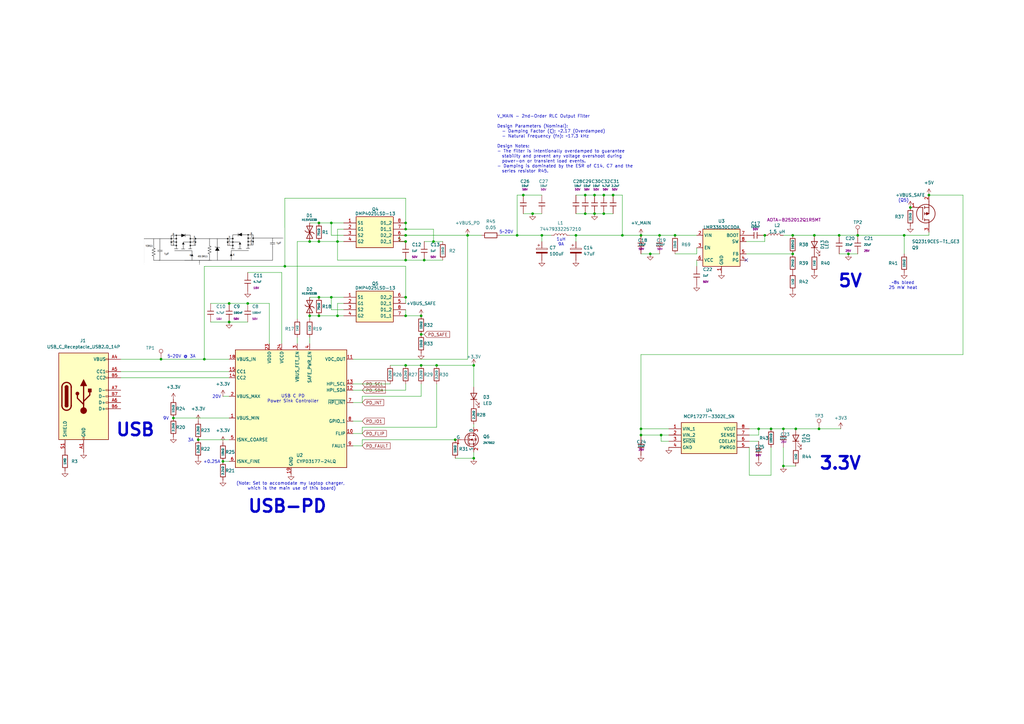
<source format=kicad_sch>
(kicad_sch (version 20250114) (generator "eeschema") (generator_version "9.0")
  (paper "A3")
  (text "~8s bleed\n25 mW heat" (at 370.332 117.094 0) (effects (font (size 1.27 1.27))))
  (text "5V" (at 348.742 115.316 0) (effects (font (size 5.08 5.08) (thickness 1.016) (bold yes))))
  (text "USB C PD\nPower Sink Controller" (at 120.142 163.576 0) (effects (font (size 1.27 1.27))))
  (text "3A" (at 78.232 180.594 0) (effects (font (size 1.27 1.27))))
  (text "V_MAIN - 2nd-Order RLC Output Filter\n\nDesign Parameters (Nominal):\n  - Damping Factor (ζ): ~2.17 (Overdamped)\n  - Natural Frequency (fn): ~17.3 kHz\n\nDesign Notes:\n- The filter is intentionally overdamped to guarantee\n  stability and prevent any voltage overshoot during\n  power-on or transient load events.\n- Damping is dominated by the ESR of C14, C7 and the\n  series resistor R45." (at 203.835 59.055 0) (effects (font (size 1.27 1.27)) (justify left)))
  (text "USB" (at 55.499 176.403 0) (effects (font (size 5.08 5.08) (thickness 1.016) (bold yes))))
  (text "(Note: Set to accomodate my laptop charger, \nwhich is the main use of this board)" (at 119.634 199.39 0) (effects (font (size 1.27 1.27))))
  (text "(Q5)" (at 370.586 82.296 0) (effects (font (size 1.27 1.27))))
  (text "+0.25A" (at 86.868 189.484 0) (effects (font (size 1.27 1.27))))
  (text "3.3V" (at 344.678 190.119 0) (effects (font (size 5.08 5.08) (thickness 1.016) (bold yes))))
  (text "5~20V @ 3A" (at 74.422 146.304 0) (effects (font (size 1.27 1.27))))
  (text "20V" (at 88.9 162.814 0) (effects (font (size 1.27 1.27))))
  (text "USB-PD" (at 117.856 207.772 0) (effects (font (size 5.08 5.08) (thickness 1.016) (bold yes))))
  (text "1uH\n9A" (at 230.124 99.314 0) (effects (font (size 1.27 1.27))))
  (text "9V" (at 68.072 171.704 0) (effects (font (size 1.27 1.27))))
  (text "5~20V" (at 207.645 95.25 0) (effects (font (size 1.27 1.27))))
  (junction (at 191.77 96.52))
  (junction (at 71.12 171.45))
  (junction (at 130.81 121.92))
  (junction (at 214.63 80.01))
  (junction (at 83.82 147.32))
  (junction (at 66.04 147.32))
  (junction (at 334.01 96.52))
  (junction (at 194.31 187.96))
  (junction (at 166.37 129.54))
  (junction (at 218.44 87.63))
  (junction (at 172.72 149.86))
  (junction (at 262.89 96.52))
  (junction (at 179.07 149.86))
  (junction (at 240.03 80.01))
  (junction (at 311.15 175.895))
  (junction (at 370.84 96.52))
  (junction (at 166.37 121.92))
  (junction (at 173.99 106.68))
  (junction (at 130.81 99.06))
  (junction (at 266.7 104.14))
  (junction (at 335.915 175.895))
  (junction (at 166.37 93.98))
  (junction (at 91.44 189.23))
  (junction (at 321.31 191.135))
  (junction (at 177.8 99.06))
  (junction (at 166.37 106.68))
  (junction (at 313.69 96.52))
  (junction (at 127 99.06))
  (junction (at 240.03 87.63))
  (junction (at 247.65 87.63))
  (junction (at 255.27 96.52))
  (junction (at 81.28 180.34))
  (junction (at 251.46 80.01))
  (junction (at 135.89 91.44))
  (junction (at 166.37 99.06))
  (junction (at 130.81 129.54))
  (junction (at 325.12 104.14))
  (junction (at 270.51 96.52))
  (junction (at 116.84 109.22))
  (junction (at 138.43 129.54))
  (junction (at 373.38 85.09))
  (junction (at 130.81 91.44))
  (junction (at 166.37 91.44))
  (junction (at 138.43 99.06))
  (junction (at 247.65 80.01))
  (junction (at 262.89 175.895))
  (junction (at 271.145 178.435))
  (junction (at 166.37 96.52))
  (junction (at 276.86 96.52))
  (junction (at 172.72 129.54))
  (junction (at 347.98 104.14))
  (junction (at 243.84 87.63))
  (junction (at 316.23 175.895))
  (junction (at 326.39 175.895))
  (junction (at 236.22 96.52))
  (junction (at 222.25 96.52))
  (junction (at 127 129.54))
  (junction (at 93.98 132.08))
  (junction (at 325.12 96.52))
  (junction (at 351.79 96.52))
  (junction (at 166.37 149.86))
  (junction (at 321.31 175.895))
  (junction (at 135.89 121.92))
  (junction (at 262.89 178.435))
  (junction (at 172.72 137.16))
  (junction (at 344.17 96.52))
  (junction (at 93.98 124.46))
  (junction (at 101.6 124.46))
  (junction (at 381 80.01))
  (junction (at 186.69 180.34))
  (junction (at 194.31 149.86))
  (junction (at 243.84 80.01))
  (junction (at 212.09 96.52))
  (no_connect (at 306.07 106.68))
  (wire (pts (xy 194.31 187.96) (xy 186.69 187.96)))
  (wire (pts (xy 191.77 96.52) (xy 191.77 147.32)))
  (wire (pts (xy 144.78 157.48) (xy 160.02 157.48)))
  (wire (pts (xy 148.59 172.72) (xy 144.78 172.72)))
  (wire (pts (xy 121.92 99.06) (xy 127 99.06)))
  (wire (pts (xy 251.46 87.63) (xy 247.65 87.63)))
  (wire (pts (xy 173.99 137.16) (xy 172.72 137.16)))
  (wire (pts (xy 212.09 80.01) (xy 214.63 80.01)))
  (wire (pts (xy 240.03 87.63) (xy 243.84 87.63)))
  (wire (pts (xy 262.89 96.52) (xy 270.51 96.52)))
  (wire (pts (xy 381 95.25) (xy 381 96.52)))
  (wire (pts (xy 285.75 106.68) (xy 285.75 109.22)))
  (wire (pts (xy 191.77 147.32) (xy 144.78 147.32)))
  (wire (pts (xy 110.49 124.46) (xy 101.6 124.46)))
  (wire (pts (xy 351.79 104.14) (xy 347.98 104.14)))
  (wire (pts (xy 160.02 149.86) (xy 166.37 149.86)))
  (wire (pts (xy 148.59 180.34) (xy 186.69 180.34)))
  (wire (pts (xy 274.32 178.435) (xy 271.145 178.435)))
  (wire (pts (xy 130.81 91.44) (xy 135.89 91.44)))
  (wire (pts (xy 370.84 96.52) (xy 370.84 104.14)))
  (wire (pts (xy 173.99 99.06) (xy 177.8 99.06)))
  (wire (pts (xy 91.44 189.23) (xy 93.98 189.23)))
  (wire (pts (xy 262.89 96.52) (xy 255.27 96.52)))
  (wire (pts (xy 240.03 87.63) (xy 236.22 87.63)))
  (wire (pts (xy 135.89 121.92) (xy 140.97 121.92)))
  (wire (pts (xy 148.59 162.56) (xy 172.72 162.56)))
  (wire (pts (xy 240.03 80.01) (xy 236.22 80.01)))
  (wire (pts (xy 313.69 99.06) (xy 313.69 96.52)))
  (wire (pts (xy 271.145 180.975) (xy 271.145 178.435)))
  (wire (pts (xy 49.53 147.32) (xy 66.04 147.32)))
  (wire (pts (xy 194.31 175.26) (xy 194.31 173.99)))
  (wire (pts (xy 274.32 180.975) (xy 271.145 180.975)))
  (wire (pts (xy 163.83 96.52) (xy 163.83 99.06)))
  (wire (pts (xy 344.17 96.52) (xy 351.79 96.52)))
  (wire (pts (xy 127 99.06) (xy 130.81 99.06)))
  (wire (pts (xy 91.44 162.56) (xy 93.98 162.56)))
  (wire (pts (xy 135.89 127) (xy 135.89 121.92)))
  (wire (pts (xy 140.97 99.06) (xy 138.43 99.06)))
  (wire (pts (xy 285.75 101.6) (xy 285.75 104.14)))
  (wire (pts (xy 172.72 157.48) (xy 172.72 162.56)))
  (wire (pts (xy 212.09 96.52) (xy 212.09 80.01)))
  (wire (pts (xy 130.81 99.06) (xy 138.43 99.06)))
  (wire (pts (xy 166.37 157.48) (xy 166.37 160.02)))
  (wire (pts (xy 179.07 149.86) (xy 194.31 149.86)))
  (wire (pts (xy 394.97 80.01) (xy 381 80.01)))
  (wire (pts (xy 236.22 99.06) (xy 236.22 96.52)))
  (wire (pts (xy 166.37 121.92) (xy 166.37 124.46)))
  (wire (pts (xy 49.53 154.94) (xy 93.98 154.94)))
  (wire (pts (xy 166.37 106.68) (xy 173.99 106.68)))
  (wire (pts (xy 127 129.54) (xy 130.81 129.54)))
  (wire (pts (xy 93.98 132.08) (xy 86.36 132.08)))
  (wire (pts (xy 138.43 124.46) (xy 138.43 129.54)))
  (wire (pts (xy 179.07 175.26) (xy 179.07 157.48)))
  (wire (pts (xy 166.37 91.44) (xy 166.37 93.98)))
  (wire (pts (xy 255.27 80.01) (xy 255.27 96.52)))
  (wire (pts (xy 71.12 171.45) (xy 93.98 171.45)))
  (wire (pts (xy 177.8 99.06) (xy 177.8 93.98)))
  (wire (pts (xy 321.31 191.135) (xy 326.39 191.135)))
  (wire (pts (xy 138.43 129.54) (xy 140.97 129.54)))
  (wire (pts (xy 370.84 96.52) (xy 381 96.52)))
  (wire (pts (xy 166.37 93.98) (xy 177.8 93.98)))
  (wire (pts (xy 218.44 87.63) (xy 222.25 87.63)))
  (wire (pts (xy 307.34 175.895) (xy 311.15 175.895)))
  (wire (pts (xy 311.15 178.435) (xy 311.15 175.895)))
  (wire (pts (xy 243.84 80.01) (xy 247.65 80.01)))
  (wire (pts (xy 212.09 96.52) (xy 222.25 96.52)))
  (wire (pts (xy 166.37 149.86) (xy 172.72 149.86)))
  (wire (pts (xy 173.99 106.68) (xy 181.61 106.68)))
  (wire (pts (xy 262.89 175.895) (xy 262.89 178.435)))
  (wire (pts (xy 127 121.92) (xy 130.81 121.92)))
  (wire (pts (xy 148.59 175.26) (xy 148.59 177.8)))
  (wire (pts (xy 226.06 96.52) (xy 222.25 96.52)))
  (wire (pts (xy 101.6 124.46) (xy 93.98 124.46)))
  (wire (pts (xy 138.43 106.68) (xy 138.43 99.06)))
  (wire (pts (xy 138.43 93.98) (xy 140.97 93.98)))
  (wire (pts (xy 247.65 80.01) (xy 251.46 80.01)))
  (wire (pts (xy 205.105 96.52) (xy 212.09 96.52)))
  (wire (pts (xy 394.97 145.415) (xy 262.89 145.415)))
  (wire (pts (xy 321.31 96.52) (xy 325.12 96.52)))
  (wire (pts (xy 179.07 149.86) (xy 172.72 149.86)))
  (wire (pts (xy 325.12 96.52) (xy 334.01 96.52)))
  (wire (pts (xy 83.82 109.22) (xy 116.84 109.22)))
  (wire (pts (xy 135.89 96.52) (xy 135.89 91.44)))
  (wire (pts (xy 307.34 194.945) (xy 316.23 194.945)))
  (wire (pts (xy 347.98 104.14) (xy 344.17 104.14)))
  (wire (pts (xy 166.37 121.92) (xy 166.37 109.22)))
  (wire (pts (xy 321.31 175.895) (xy 326.39 175.895)))
  (wire (pts (xy 140.97 96.52) (xy 135.89 96.52)))
  (wire (pts (xy 144.78 160.02) (xy 166.37 160.02)))
  (wire (pts (xy 251.46 80.01) (xy 255.27 80.01)))
  (wire (pts (xy 138.43 106.68) (xy 166.37 106.68)))
  (wire (pts (xy 243.84 87.63) (xy 247.65 87.63)))
  (wire (pts (xy 172.72 129.54) (xy 166.37 129.54)))
  (wire (pts (xy 276.86 104.14) (xy 285.75 104.14)))
  (wire (pts (xy 148.59 165.1) (xy 148.59 162.56)))
  (wire (pts (xy 334.01 96.52) (xy 344.17 96.52)))
  (wire (pts (xy 166.37 81.28) (xy 116.84 81.28)))
  (wire (pts (xy 121.92 99.06) (xy 121.92 130.81)))
  (wire (pts (xy 240.03 80.01) (xy 243.84 80.01)))
  (wire (pts (xy 311.15 175.895) (xy 316.23 175.895)))
  (wire (pts (xy 351.79 96.52) (xy 370.84 96.52)))
  (wire (pts (xy 194.31 149.86) (xy 194.31 158.75)))
  (wire (pts (xy 130.81 129.54) (xy 138.43 129.54)))
  (wire (pts (xy 326.39 175.895) (xy 335.915 175.895)))
  (wire (pts (xy 135.89 91.44) (xy 140.97 91.44)))
  (wire (pts (xy 262.89 145.415) (xy 262.89 175.895)))
  (wire (pts (xy 218.44 87.63) (xy 214.63 87.63)))
  (wire (pts (xy 138.43 99.06) (xy 138.43 93.98)))
  (wire (pts (xy 335.915 175.895) (xy 344.805 175.895)))
  (wire (pts (xy 270.51 96.52) (xy 276.86 96.52)))
  (wire (pts (xy 83.82 109.22) (xy 83.82 147.32)))
  (wire (pts (xy 49.53 152.4) (xy 93.98 152.4)))
  (wire (pts (xy 222.25 99.06) (xy 222.25 96.52)))
  (wire (pts (xy 307.34 178.435) (xy 311.15 178.435)))
  (wire (pts (xy 321.31 183.515) (xy 321.31 191.135)))
  (wire (pts (xy 140.97 124.46) (xy 138.43 124.46)))
  (wire (pts (xy 127 91.44) (xy 130.81 91.44)))
  (wire (pts (xy 191.77 96.52) (xy 197.485 96.52)))
  (wire (pts (xy 66.04 147.32) (xy 83.82 147.32)))
  (wire (pts (xy 276.86 96.52) (xy 285.75 96.52)))
  (wire (pts (xy 307.34 180.975) (xy 311.15 180.975)))
  (wire (pts (xy 262.89 178.435) (xy 262.89 179.07)))
  (wire (pts (xy 306.07 99.06) (xy 313.69 99.06)))
  (wire (pts (xy 236.22 96.52) (xy 255.27 96.52)))
  (wire (pts (xy 115.57 111.76) (xy 115.57 140.97)))
  (wire (pts (xy 214.63 80.01) (xy 222.25 80.01)))
  (wire (pts (xy 177.8 99.06) (xy 181.61 99.06)))
  (wire (pts (xy 266.7 104.14) (xy 262.89 104.14)))
  (wire (pts (xy 166.37 127) (xy 166.37 129.54)))
  (wire (pts (xy 233.68 96.52) (xy 236.22 96.52)))
  (wire (pts (xy 110.49 124.46) (xy 110.49 140.97)))
  (wire (pts (xy 316.23 175.895) (xy 321.31 175.895)))
  (wire (pts (xy 130.81 121.92) (xy 135.89 121.92)))
  (wire (pts (xy 81.28 180.34) (xy 93.98 180.34)))
  (wire (pts (xy 166.37 96.52) (xy 163.83 96.52)))
  (wire (pts (xy 194.31 185.42) (xy 194.31 187.96)))
  (wire (pts (xy 148.59 175.26) (xy 179.07 175.26)))
  (wire (pts (xy 274.32 175.895) (xy 262.89 175.895)))
  (wire (pts (xy 116.84 81.28) (xy 116.84 109.22)))
  (wire (pts (xy 127 130.81) (xy 127 129.54)))
  (wire (pts (xy 166.37 91.44) (xy 166.37 81.28)))
  (wire (pts (xy 166.37 96.52) (xy 191.77 96.52)))
  (wire (pts (xy 144.78 165.1) (xy 148.59 165.1)))
  (wire (pts (xy 116.84 109.22) (xy 166.37 109.22)))
  (wire (pts (xy 144.78 182.88) (xy 148.59 182.88)))
  (wire (pts (xy 271.145 178.435) (xy 262.89 178.435)))
  (wire (pts (xy 101.6 111.76) (xy 115.57 111.76)))
  (wire (pts (xy 140.97 127) (xy 135.89 127)))
  (wire (pts (xy 316.23 183.515) (xy 316.23 194.945)))
  (wire (pts (xy 394.97 145.415) (xy 394.97 80.01)))
  (wire (pts (xy 144.78 177.8) (xy 148.59 177.8)))
  (wire (pts (xy 127 138.43) (xy 127 140.97)))
  (wire (pts (xy 306.07 104.14) (xy 325.12 104.14)))
  (wire (pts (xy 266.7 104.14) (xy 270.51 104.14)))
  (wire (pts (xy 93.98 124.46) (xy 86.36 124.46)))
  (wire (pts (xy 166.37 99.06) (xy 163.83 99.06)))
  (wire (pts (xy 148.59 182.88) (xy 148.59 180.34)))
  (wire (pts (xy 83.82 147.32) (xy 93.98 147.32)))
  (wire (pts (xy 121.92 138.43) (xy 121.92 140.97)))
  (wire (pts (xy 101.6 132.08) (xy 93.98 132.08)))
  (wire (pts (xy 307.34 183.515) (xy 307.34 194.945)))
  (image (at 87.63 100.965) (scale 0.481042))
  (global_label "PD_SDA" (shape input) (at 148.59 160.02 0) (property "Intersheetrefs" "${INTERSHEET_REFS}" (effects (hide yes))))
  (global_label "PD_FLIP" (shape input) (at 148.59 177.8 0) (property "Intersheetrefs" "${INTERSHEET_REFS}" (effects (hide yes))))
  (global_label "PD_INT" (shape input) (at 148.59 165.1 0) (property "Intersheetrefs" "${INTERSHEET_REFS}" (effects (hide yes))))
  (global_label "PD_SAFE" (shape input) (at 173.99 137.16 0) (property "Intersheetrefs" "${INTERSHEET_REFS}" (effects (hide yes))))
  (global_label "PD_SCL" (shape input) (at 148.59 157.48 0) (property "Intersheetrefs" "${INTERSHEET_REFS}" (effects (hide yes))))
  (global_label "PD_FAULT" (shape input) (at 148.59 182.88 0) (property "Intersheetrefs" "${INTERSHEET_REFS}" (effects (hide yes))))
  (global_label "PD_IO1" (shape input) (at 148.59 172.72 0) (property "Intersheetrefs" "${INTERSHEET_REFS}" (effects (hide yes))))
  (symbol (lib_id "PCM_JLCPCB-Diodes:TVS-Bi,H15VSD3B") (at 127 125.73 0) (mirror y) (unit 1)
    (property "Reference" "D2" (at 128.27 118.618 0) (effects (justify left)))
    (property "Value" "H15VSD3B" (at 130.048 120.3961 0) (effects (font (size 0.8 0.8)) (justify left)))
    (property "Footprint" "PCM_JLCPCB:D_SOD-323" (effects (hide yes)))
    (property "Datasheet" "https://wmsc.lcsc.com/wmsc/upload/file/pdf/v2/lcsc/2401261525_hongjiacheng-H15VSD3B_C20615814.pdf" (effects (hide yes)))
    (property "Description" "12A 32V 385W 19.5V Bidirectional 15V SOD-323 ESD and Surge Protection (TVS/ESD) ROHS" (effects (hide yes)))
    (property "LCSC" "C20615814" (effects (hide yes)))
    (property "Stock" "4567" (effects (hide yes)))
    (property "Price" "0.040USD" (effects (hide yes)))
    (property "Process" "SMT" (effects (hide yes)))
    (property "Minimum Qty" "5" (effects (hide yes)))
    (property "Attrition Qty" "4" (effects (hide yes)))
    (property "Class" "Preferred Component" (effects (hide yes)))
    (property "Category" "TVS/Fuse/Board Level Protection,Electrostatic And Surge Protection (TVS/ESD)" (effects (hide yes)))
    (property "Manufacturer" "hongjiacheng" (effects (hide yes)))
    (property "Part" "H15VSD3B" (effects (hide yes)))
  )
  (symbol (lib_id "Temp-Monitor:SQ2319CES-T1_GE3") (at 373.38 85.09 0) (mirror x) (unit 1)
    (property "Reference" "Q9" (at 374.015 101.6 0) (effects (justify left)))
    (property "Value" "SQ2319CES-T1_GE3" (at 374.015 99.06 0) (effects (justify left)))
    (property "Footprint" "SwiftModules:SOT95P237X112-3N" (effects (hide yes)))
    (property "Datasheet" "https://www.vishay.com/docs/62475/sq2319ces.pdf" (effects (hide yes)))
    (property "Description" "P-Channel 40 V 4.6A (Tc) 3W (Tc) Surface Mount SOT-23-3 (TO-236) ,40 V ,4.5V, 10V ,-55C ~ 175C" (effects (hide yes)))
    (property "Height" "1.12" (effects (hide yes)))
    (property "Mouser Part Number" "78-SQ2319CES-T1_GE3" (effects (hide yes)))
    (property "Mouser Price/Stock" "https://www.mouser.co.uk/ProductDetail/Vishay-Siliconix/SQ2319CES-T1_GE3?qs=i8QVZAFTkqT4yCiXfVG1ww%3D%3D" (effects (hide yes)))
    (property "Manufacturer_Name" "Vishay" (effects (hide yes)))
    (property "Manufacturer_Part_Number" "SQ2319CES-T1_GE3" (effects (hide yes)))
  )
  (symbol (lib_id "power:GND") (at 34.29 185.42 0) (unit 1)
    (property "Reference" "#PWR04" (effects (hide yes)))
    (property "Value" "GND" (effects (hide yes)))
    (property "Description" "Power symbol creates a global label with name \"GND\" , ground" (effects (hide yes)))
  )
  (symbol (lib_id "power:GND") (at 285.75 116.84 0) (unit 1)
    (property "Reference" "#PWR048" (effects (hide yes)))
    (property "Value" "GND" (effects (hide yes)))
    (property "Description" "Power symbol creates a global label with name \"GND\" , ground" (effects (hide yes)))
  )
  (symbol (lib_id "power:GND") (at 325.12 119.38 0) (unit 1)
    (property "Reference" "#PWR049" (effects (hide yes)))
    (property "Value" "GND" (effects (hide yes)))
    (property "Description" "Power symbol creates a global label with name \"GND\" , ground" (effects (hide yes)))
  )
  (symbol (lib_id "power:+3.3V") (at 91.44 181.61 0) (unit 1)
    (property "Reference" "#PWR029" (effects (hide yes)))
    (property "Value" "+3.3V" (at 91.44 176.53 0))
    (property "Description" "Power symbol creates a global label with name \"+3.3V\"" (effects (hide yes)))
  )
  (symbol (lib_id "PCM_JLCPCB-Resistors:0603,2.2kΩ") (at 91.44 193.04 0) (unit 1)
    (property "Reference" "R21" (at 92.456 193.04 0) (effects (justify left)))
    (property "Value" "2.2kΩ" (at 91.44 193.04 90) (effects (font (size 0.8 0.8))))
    (property "Footprint" "PCM_JLCPCB:R_0603" (effects (hide yes)))
    (property "Datasheet" "https://www.lcsc.com/datasheet/lcsc_datasheet_2206010230_UNI-ROYAL-Uniroyal-Elec-0603WAF2201T5E_C4190.pdf" (effects (hide yes)))
    (property "Description" "100mW Thick Film Resistors 75V ±100ppm/°C ±1% 2.2kΩ 0603 Chip Resistor - Surface Mount ROHS" (effects (hide yes)))
    (property "LCSC" "C4190" (effects (hide yes)))
    (property "Stock" "3991751" (effects (hide yes)))
    (property "Price" "0.004USD" (effects (hide yes)))
    (property "Process" "SMT" (effects (hide yes)))
    (property "Minimum Qty" "20" (effects (hide yes)))
    (property "Attrition Qty" "10" (effects (hide yes)))
    (property "Class" "Basic Component" (effects (hide yes)))
    (property "Category" "Resistors,Chip Resistor - Surface Mount" (effects (hide yes)))
    (property "Manufacturer" "UNI-ROYAL(Uniroyal Elec)" (effects (hide yes)))
    (property "Part" "0603WAF2201T5E" (effects (hide yes)))
    (property "Resistance" "2.2kΩ" (effects (hide yes)))
    (property "Power(Watts)" "100mW" (effects (hide yes)))
    (property "Type" "Thick Film Resistors" (effects (hide yes)))
    (property "Overload Voltage (Max)" "75V" (effects (hide yes)))
    (property "Operating Temperature Range" "-55°C~+155°C" (effects (hide yes)))
    (property "Tolerance" "±1%" (effects (hide yes)))
    (property "Temperature Coefficient" "±100ppm/°C" (effects (hide yes)))
  )
  (symbol (lib_id "power:GND") (at 243.84 87.63 0) (unit 1)
    (property "Reference" "#PWR058" (effects (hide yes)))
    (property "Value" "GND" (effects (hide yes)))
    (property "Description" "Power symbol creates a global label with name \"GND\" , ground" (effects (hide yes)))
  )
  (symbol (lib_id "Device:LED") (at 326.39 179.705 90) (unit 1)
    (property "Reference" "D14" (at 329.692 179.705 0))
    (property "Value" "LED" (at 331.47 179.705 0))
    (property "Footprint" "LED_SMD:LED_0603_1608Metric" (effects (hide yes)))
    (property "Description" "Light emitting diode" (effects (hide yes)))
    (property "Sim.Pins" "1=K 2=A" (effects (hide yes)))
  )
  (symbol (lib_id "power:+3.3V") (at 194.31 149.86 0) (unit 1)
    (property "Reference" "#PWR031" (effects (hide yes)))
    (property "Value" "+3.3V" (at 194.31 146.304 0))
    (property "Description" "Power symbol creates a global label with name \"+3.3V\"" (effects (hide yes)))
  )
  (symbol (lib_id "PCM_JLCPCB-Capacitors:0603,100nF") (at 93.98 128.27 0) (unit 1)
    (property "Reference" "C9" (at 95.758 125.7299 0) (effects (justify left)))
    (property "Value" "100nF" (at 95.758 128.27 0) (effects (font (size 0.8 0.8)) (justify left)))
    (property "Footprint" "PCM_JLCPCB:C_0603" (effects (hide yes)))
    (property "Datasheet" "https://www.lcsc.com/datasheet/lcsc_datasheet_2211101700_YAGEO-CC0603KRX7R9BB104_C14663.pdf" (effects (hide yes)))
    (property "Description" "50V 100nF X7R ±10% 0603 Multilayer Ceramic Capacitors MLCC - SMD/SMT ROHS" (effects (hide yes)))
    (property "LCSC" "C14663" (effects (hide yes)))
    (property "Stock" "76961009" (effects (hide yes)))
    (property "Price" "0.006USD" (effects (hide yes)))
    (property "Process" "SMT" (effects (hide yes)))
    (property "Minimum Qty" "20" (effects (hide yes)))
    (property "Attrition Qty" "6" (effects (hide yes)))
    (property "Class" "Basic Component" (effects (hide yes)))
    (property "Category" "Capacitors,Multilayer Ceramic Capacitors MLCC - SMD/SMT" (effects (hide yes)))
    (property "Manufacturer" "YAGEO" (effects (hide yes)))
    (property "Part" "CC0603KRX7R9BB104" (effects (hide yes)))
    (property "Voltage Rated" "50V" (at 95.758 130.81 0) (effects (font (size 0.8 0.8)) (justify left)))
    (property "Tolerance" "±10%" (effects (hide yes)))
    (property "Capacitance" "100nF" (effects (hide yes)))
    (property "Temperature Coefficient" "X7R" (effects (hide yes)))
  )
  (symbol (lib_id "PCM_JLCPCB-Resistors:0603,2.2kΩ") (at 81.28 176.53 0) (unit 1)
    (property "Reference" "R23" (at 82.296 176.53 0) (effects (justify left)))
    (property "Value" "2.2kΩ" (at 81.28 176.53 90) (effects (font (size 0.8 0.8))))
    (property "Footprint" "PCM_JLCPCB:R_0603" (effects (hide yes)))
    (property "Datasheet" "https://www.lcsc.com/datasheet/lcsc_datasheet_2206010230_UNI-ROYAL-Uniroyal-Elec-0603WAF2201T5E_C4190.pdf" (effects (hide yes)))
    (property "Description" "100mW Thick Film Resistors 75V ±100ppm/°C ±1% 2.2kΩ 0603 Chip Resistor - Surface Mount ROHS" (effects (hide yes)))
    (property "LCSC" "C4190" (effects (hide yes)))
    (property "Stock" "3991751" (effects (hide yes)))
    (property "Price" "0.004USD" (effects (hide yes)))
    (property "Process" "SMT" (effects (hide yes)))
    (property "Minimum Qty" "20" (effects (hide yes)))
    (property "Attrition Qty" "10" (effects (hide yes)))
    (property "Class" "Basic Component" (effects (hide yes)))
    (property "Category" "Resistors,Chip Resistor - Surface Mount" (effects (hide yes)))
    (property "Manufacturer" "UNI-ROYAL(Uniroyal Elec)" (effects (hide yes)))
    (property "Part" "0603WAF2201T5E" (effects (hide yes)))
    (property "Resistance" "2.2kΩ" (effects (hide yes)))
    (property "Power(Watts)" "100mW" (effects (hide yes)))
    (property "Type" "Thick Film Resistors" (effects (hide yes)))
    (property "Overload Voltage (Max)" "75V" (effects (hide yes)))
    (property "Operating Temperature Range" "-55°C~+155°C" (effects (hide yes)))
    (property "Tolerance" "±1%" (effects (hide yes)))
    (property "Temperature Coefficient" "±100ppm/°C" (effects (hide yes)))
  )
  (symbol (lib_id "power:GND") (at 274.32 183.515 0) (mirror y) (unit 1)
    (property "Reference" "#PWR042" (effects (hide yes)))
    (property "Value" "GND" (effects (hide yes)))
    (property "Description" "Power symbol creates a global label with name \"GND\" , ground" (effects (hide yes)))
  )
  (symbol (lib_id "PCM_JLCPCB-Resistors:0603,1kΩ") (at 334.01 107.95 0) (unit 1)
    (property "Reference" "R40" (at 336.55 107.9499 0) (effects (justify left)))
    (property "Value" "1kΩ" (at 334.01 107.95 90) (effects (font (size 0.8 0.8))))
    (property "Footprint" "PCM_JLCPCB:R_0603" (effects (hide yes)))
    (property "Datasheet" "https://www.lcsc.com/datasheet/lcsc_datasheet_2206010130_UNI-ROYAL-Uniroyal-Elec-0603WAF1001T5E_C21190.pdf" (effects (hide yes)))
    (property "Description" "100mW Thick Film Resistors 75V ±100ppm/°C ±1% 1kΩ 0603 Chip Resistor - Surface Mount ROHS" (effects (hide yes)))
    (property "LCSC" "C21190" (effects (hide yes)))
    (property "Stock" "21256334" (effects (hide yes)))
    (property "Price" "0.004USD" (effects (hide yes)))
    (property "Process" "SMT" (effects (hide yes)))
    (property "Minimum Qty" "20" (effects (hide yes)))
    (property "Attrition Qty" "10" (effects (hide yes)))
    (property "Class" "Basic Component" (effects (hide yes)))
    (property "Category" "Resistors,Chip Resistor - Surface Mount" (effects (hide yes)))
    (property "Manufacturer" "UNI-ROYAL(Uniroyal Elec)" (effects (hide yes)))
    (property "Part" "0603WAF1001T5E" (effects (hide yes)))
    (property "Resistance" "1kΩ" (effects (hide yes)))
    (property "Power(Watts)" "100mW" (effects (hide yes)))
    (property "Type" "Thick Film Resistors" (effects (hide yes)))
    (property "Overload Voltage (Max)" "75V" (effects (hide yes)))
    (property "Operating Temperature Range" "-55°C~+155°C" (effects (hide yes)))
    (property "Tolerance" "±1%" (effects (hide yes)))
    (property "Temperature Coefficient" "±100ppm/°C" (effects (hide yes)))
  )
  (symbol (lib_id "PCM_JLCPCB-Resistors:0603,75kΩ") (at 130.81 125.73 0) (unit 1)
    (property "Reference" "R18" (at 132.08 125.73 0) (effects (justify left)))
    (property "Value" "75kΩ" (at 130.81 125.73 90) (effects (font (size 0.8 0.8))))
    (property "Footprint" "PCM_JLCPCB:R_0603" (effects (hide yes)))
    (property "Datasheet" "https://www.lcsc.com/datasheet/lcsc_datasheet_2206010100_UNI-ROYAL-Uniroyal-Elec-0603WAF7502T5E_C23242.pdf" (effects (hide yes)))
    (property "Description" "100mW Thick Film Resistors 75V ±100ppm/°C ±1% 75kΩ 0603 Chip Resistor - Surface Mount ROHS" (effects (hide yes)))
    (property "LCSC" "C23242" (effects (hide yes)))
    (property "Stock" "381861" (effects (hide yes)))
    (property "Price" "0.004USD" (effects (hide yes)))
    (property "Process" "SMT" (effects (hide yes)))
    (property "Minimum Qty" "20" (effects (hide yes)))
    (property "Attrition Qty" "10" (effects (hide yes)))
    (property "Class" "Basic Component" (effects (hide yes)))
    (property "Category" "Resistors,Chip Resistor - Surface Mount" (effects (hide yes)))
    (property "Manufacturer" "UNI-ROYAL(Uniroyal Elec)" (effects (hide yes)))
    (property "Part" "0603WAF7502T5E" (effects (hide yes)))
    (property "Resistance" "75kΩ" (effects (hide yes)))
    (property "Power(Watts)" "100mW" (effects (hide yes)))
    (property "Type" "Thick Film Resistors" (effects (hide yes)))
    (property "Overload Voltage (Max)" "75V" (effects (hide yes)))
    (property "Operating Temperature Range" "-55°C~+155°C" (effects (hide yes)))
    (property "Tolerance" "±1%" (effects (hide yes)))
    (property "Temperature Coefficient" "±100ppm/°C" (effects (hide yes)))
  )
  (symbol (lib_id "power:GND") (at 370.84 111.76 0) (unit 1)
    (property "Reference" "#PWR047" (effects (hide yes)))
    (property "Value" "GND" (effects (hide yes)))
    (property "Description" "Power symbol creates a global label with name \"GND\" , ground" (effects (hide yes)))
  )
  (symbol (lib_name "0603,10kΩ_1") (lib_id "PCM_JLCPCB-Resistors:0603,10kΩ") (at 373.38 88.9 0) (unit 1)
    (property "Reference" "R37" (at 370.84 88.8999 0) (effects (justify right)))
    (property "Value" "10kΩ" (at 373.38 88.9 90) (effects (font (size 0.8 0.8))))
    (property "Footprint" "PCM_JLCPCB:R_0603" (effects (hide yes)))
    (property "Datasheet" "https://www.lcsc.com/datasheet/lcsc_datasheet_2206010045_UNI-ROYAL-Uniroyal-Elec-0603WAF1002T5E_C25804.pdf" (effects (hide yes)))
    (property "Description" "100mW Thick Film Resistors 75V ±100ppm/°C ±1% 10kΩ 0603 Chip Resistor - Surface Mount ROHS" (effects (hide yes)))
    (property "LCSC" "C25804" (effects (hide yes)))
    (property "Stock" "26472080" (effects (hide yes)))
    (property "Price" "0.004USD" (effects (hide yes)))
    (property "Process" "SMT" (effects (hide yes)))
    (property "Minimum Qty" "20" (effects (hide yes)))
    (property "Attrition Qty" "10" (effects (hide yes)))
    (property "Class" "Basic Component" (effects (hide yes)))
    (property "Category" "Resistors,Chip Resistor - Surface Mount" (effects (hide yes)))
    (property "Manufacturer" "UNI-ROYAL(Uniroyal Elec)" (effects (hide yes)))
    (property "Part" "0603WAF1002T5E" (effects (hide yes)))
    (property "Resistance" "10kΩ" (effects (hide yes)))
    (property "Power(Watts)" "100mW" (effects (hide yes)))
    (property "Type" "Thick Film Resistors" (effects (hide yes)))
    (property "Overload Voltage (Max)" "75V" (effects (hide yes)))
    (property "Operating Temperature Range" "-55°C~+155°C" (effects (hide yes)))
    (property "Tolerance" "±1%" (effects (hide yes)))
    (property "Temperature Coefficient" "±100ppm/°C" (effects (hide yes)))
  )
  (symbol (lib_id "PCM_JLCPCB-Capacitors:1206,10uF") (at 243.84 83.82 0) (unit 1)
    (property "Reference" "C30" (at 242.57 74.422 0) (effects (justify left)))
    (property "Value" "10uF" (at 243.078 76.2 0) (effects (font (size 0.8 0.8)) (justify left)))
    (property "Footprint" "PCM_JLCPCB:C_1206" (effects (hide yes)))
    (property "Datasheet" "https://www.lcsc.com/datasheet/lcsc_datasheet_2304140030_Samsung-Electro-Mechanics-CL31A106KBHNNNE_C13585.pdf" (effects (hide yes)))
    (property "Description" "50V 10uF X5R ±10% 1206 Multilayer Ceramic Capacitors MLCC - SMD/SMT ROHS" (effects (hide yes)))
    (property "LCSC" "C13585" (effects (hide yes)))
    (property "Stock" "3700885" (effects (hide yes)))
    (property "Price" "0.035USD" (effects (hide yes)))
    (property "Process" "SMT" (effects (hide yes)))
    (property "Minimum Qty" "5" (effects (hide yes)))
    (property "Attrition Qty" "4" (effects (hide yes)))
    (property "Class" "Basic Component" (effects (hide yes)))
    (property "Category" "Capacitors,Multilayer Ceramic Capacitors MLCC - SMD/SMT" (effects (hide yes)))
    (property "Manufacturer" "Samsung Electro-Mechanics" (effects (hide yes)))
    (property "Part" "CL31A106KBHNNNE" (effects (hide yes)))
    (property "Voltage Rated" "50V" (at 243.332 77.724 0) (effects (font (size 0.8 0.8)) (justify left)))
    (property "Tolerance" "±10%" (effects (hide yes)))
    (property "Capacitance" "10uF" (effects (hide yes)))
    (property "Temperature Coefficient" "X5R" (effects (hide yes)))
  )
  (symbol (lib_id "power:GND") (at 295.91 111.76 0) (unit 1)
    (property "Reference" "#PWR0101" (effects (hide yes)))
    (property "Value" "GND" (effects (hide yes)))
    (property "Description" "Power symbol creates a global label with name \"GND\" , ground" (effects (hide yes)))
  )
  (symbol (lib_id "power:GND") (at 321.31 191.135 0) (mirror y) (unit 1)
    (property "Reference" "#PWR045" (effects (hide yes)))
    (property "Value" "GND" (effects (hide yes)))
    (property "Description" "Power symbol creates a global label with name \"GND\" , ground" (effects (hide yes)))
  )
  (symbol (lib_id "PCM_JLCPCB-Resistors:0603,1kΩ") (at 127 134.62 0) (mirror y) (unit 1)
    (property "Reference" "R19" (at 132.08 134.874 0) (effects (justify left)))
    (property "Value" "1kΩ" (at 127 134.62 90) (effects (font (size 0.8 0.8))))
    (property "Footprint" "PCM_JLCPCB:R_0603" (effects (hide yes)))
    (property "Datasheet" "https://www.lcsc.com/datasheet/lcsc_datasheet_2206010130_UNI-ROYAL-Uniroyal-Elec-0603WAF1001T5E_C21190.pdf" (effects (hide yes)))
    (property "Description" "100mW Thick Film Resistors 75V ±100ppm/°C ±1% 1kΩ 0603 Chip Resistor - Surface Mount ROHS" (effects (hide yes)))
    (property "LCSC" "C21190" (effects (hide yes)))
    (property "Stock" "21256334" (effects (hide yes)))
    (property "Price" "0.004USD" (effects (hide yes)))
    (property "Process" "SMT" (effects (hide yes)))
    (property "Minimum Qty" "20" (effects (hide yes)))
    (property "Attrition Qty" "10" (effects (hide yes)))
    (property "Class" "Basic Component" (effects (hide yes)))
    (property "Category" "Resistors,Chip Resistor - Surface Mount" (effects (hide yes)))
    (property "Manufacturer" "UNI-ROYAL(Uniroyal Elec)" (effects (hide yes)))
    (property "Part" "0603WAF1001T5E" (effects (hide yes)))
    (property "Resistance" "1kΩ" (effects (hide yes)))
    (property "Power(Watts)" "100mW" (effects (hide yes)))
    (property "Type" "Thick Film Resistors" (effects (hide yes)))
    (property "Overload Voltage (Max)" "75V" (effects (hide yes)))
    (property "Operating Temperature Range" "-55°C~+155°C" (effects (hide yes)))
    (property "Tolerance" "±1%" (effects (hide yes)))
    (property "Temperature Coefficient" "±100ppm/°C" (effects (hide yes)))
  )
  (symbol (lib_id "PCM_JLCPCB-Resistors:0603,2.2kΩ") (at 81.28 184.15 0) (unit 1)
    (property "Reference" "R22" (at 82.296 184.15 0) (effects (justify left)))
    (property "Value" "2.2kΩ" (at 81.28 184.15 90) (effects (font (size 0.8 0.8))))
    (property "Footprint" "PCM_JLCPCB:R_0603" (effects (hide yes)))
    (property "Datasheet" "https://www.lcsc.com/datasheet/lcsc_datasheet_2206010230_UNI-ROYAL-Uniroyal-Elec-0603WAF2201T5E_C4190.pdf" (effects (hide yes)))
    (property "Description" "100mW Thick Film Resistors 75V ±100ppm/°C ±1% 2.2kΩ 0603 Chip Resistor - Surface Mount ROHS" (effects (hide yes)))
    (property "LCSC" "C4190" (effects (hide yes)))
    (property "Stock" "3991751" (effects (hide yes)))
    (property "Price" "0.004USD" (effects (hide yes)))
    (property "Process" "SMT" (effects (hide yes)))
    (property "Minimum Qty" "20" (effects (hide yes)))
    (property "Attrition Qty" "10" (effects (hide yes)))
    (property "Class" "Basic Component" (effects (hide yes)))
    (property "Category" "Resistors,Chip Resistor - Surface Mount" (effects (hide yes)))
    (property "Manufacturer" "UNI-ROYAL(Uniroyal Elec)" (effects (hide yes)))
    (property "Part" "0603WAF2201T5E" (effects (hide yes)))
    (property "Resistance" "2.2kΩ" (effects (hide yes)))
    (property "Power(Watts)" "100mW" (effects (hide yes)))
    (property "Type" "Thick Film Resistors" (effects (hide yes)))
    (property "Overload Voltage (Max)" "75V" (effects (hide yes)))
    (property "Operating Temperature Range" "-55°C~+155°C" (effects (hide yes)))
    (property "Tolerance" "±1%" (effects (hide yes)))
    (property "Temperature Coefficient" "±100ppm/°C" (effects (hide yes)))
  )
  (symbol (lib_id "PCM_JLCPCB-Resistors:0603,2.2kΩ") (at 160.02 153.67 0) (unit 1)
    (property "Reference" "R26" (at 161.036 153.67 0) (effects (justify left)))
    (property "Value" "2.2kΩ" (at 160.02 153.67 90) (effects (font (size 0.8 0.8))))
    (property "Footprint" "PCM_JLCPCB:R_0603" (effects (hide yes)))
    (property "Datasheet" "https://www.lcsc.com/datasheet/lcsc_datasheet_2206010230_UNI-ROYAL-Uniroyal-Elec-0603WAF2201T5E_C4190.pdf" (effects (hide yes)))
    (property "Description" "100mW Thick Film Resistors 75V ±100ppm/°C ±1% 2.2kΩ 0603 Chip Resistor - Surface Mount ROHS" (effects (hide yes)))
    (property "LCSC" "C4190" (effects (hide yes)))
    (property "Stock" "3991751" (effects (hide yes)))
    (property "Price" "0.004USD" (effects (hide yes)))
    (property "Process" "SMT" (effects (hide yes)))
    (property "Minimum Qty" "20" (effects (hide yes)))
    (property "Attrition Qty" "10" (effects (hide yes)))
    (property "Class" "Basic Component" (effects (hide yes)))
    (property "Category" "Resistors,Chip Resistor - Surface Mount" (effects (hide yes)))
    (property "Manufacturer" "UNI-ROYAL(Uniroyal Elec)" (effects (hide yes)))
    (property "Part" "0603WAF2201T5E" (effects (hide yes)))
    (property "Resistance" "2.2kΩ" (effects (hide yes)))
    (property "Power(Watts)" "100mW" (effects (hide yes)))
    (property "Type" "Thick Film Resistors" (effects (hide yes)))
    (property "Overload Voltage (Max)" "75V" (effects (hide yes)))
    (property "Operating Temperature Range" "-55°C~+155°C" (effects (hide yes)))
    (property "Tolerance" "±1%" (effects (hide yes)))
    (property "Temperature Coefficient" "±100ppm/°C" (effects (hide yes)))
  )
  (symbol (lib_id "PCM_JLCPCB-Resistors:0603,2.2kΩ") (at 172.72 153.67 0) (unit 1)
    (property "Reference" "R29" (at 173.736 153.67 0) (effects (justify left)))
    (property "Value" "2.2kΩ" (at 172.72 153.67 90) (effects (font (size 0.8 0.8))))
    (property "Footprint" "PCM_JLCPCB:R_0603" (effects (hide yes)))
    (property "Datasheet" "https://www.lcsc.com/datasheet/lcsc_datasheet_2206010230_UNI-ROYAL-Uniroyal-Elec-0603WAF2201T5E_C4190.pdf" (effects (hide yes)))
    (property "Description" "100mW Thick Film Resistors 75V ±100ppm/°C ±1% 2.2kΩ 0603 Chip Resistor - Surface Mount ROHS" (effects (hide yes)))
    (property "LCSC" "C4190" (effects (hide yes)))
    (property "Stock" "3991751" (effects (hide yes)))
    (property "Price" "0.004USD" (effects (hide yes)))
    (property "Process" "SMT" (effects (hide yes)))
    (property "Minimum Qty" "20" (effects (hide yes)))
    (property "Attrition Qty" "10" (effects (hide yes)))
    (property "Class" "Basic Component" (effects (hide yes)))
    (property "Category" "Resistors,Chip Resistor - Surface Mount" (effects (hide yes)))
    (property "Manufacturer" "UNI-ROYAL(Uniroyal Elec)" (effects (hide yes)))
    (property "Part" "0603WAF2201T5E" (effects (hide yes)))
    (property "Resistance" "2.2kΩ" (effects (hide yes)))
    (property "Power(Watts)" "100mW" (effects (hide yes)))
    (property "Type" "Thick Film Resistors" (effects (hide yes)))
    (property "Overload Voltage (Max)" "75V" (effects (hide yes)))
    (property "Operating Temperature Range" "-55°C~+155°C" (effects (hide yes)))
    (property "Tolerance" "±1%" (effects (hide yes)))
    (property "Temperature Coefficient" "±100ppm/°C" (effects (hide yes)))
  )
  (symbol (lib_id "power:GND") (at 347.98 104.14 0) (unit 1)
    (property "Reference" "#PWR0103" (effects (hide yes)))
    (property "Value" "GND" (effects (hide yes)))
    (property "Description" "Power symbol creates a global label with name \"GND\" , ground" (effects (hide yes)))
  )
  (symbol (lib_id "PCM_JLCPCB-Capacitors:1206,10uF") (at 214.63 83.82 0) (unit 1)
    (property "Reference" "C26" (at 213.36 74.422 0) (effects (justify left)))
    (property "Value" "10uF" (at 213.868 76.2 0) (effects (font (size 0.8 0.8)) (justify left)))
    (property "Footprint" "PCM_JLCPCB:C_1206" (effects (hide yes)))
    (property "Datasheet" "https://www.lcsc.com/datasheet/lcsc_datasheet_2304140030_Samsung-Electro-Mechanics-CL31A106KBHNNNE_C13585.pdf" (effects (hide yes)))
    (property "Description" "50V 10uF X5R ±10% 1206 Multilayer Ceramic Capacitors MLCC - SMD/SMT ROHS" (effects (hide yes)))
    (property "LCSC" "C13585" (effects (hide yes)))
    (property "Stock" "3700885" (effects (hide yes)))
    (property "Price" "0.035USD" (effects (hide yes)))
    (property "Process" "SMT" (effects (hide yes)))
    (property "Minimum Qty" "5" (effects (hide yes)))
    (property "Attrition Qty" "4" (effects (hide yes)))
    (property "Class" "Basic Component" (effects (hide yes)))
    (property "Category" "Capacitors,Multilayer Ceramic Capacitors MLCC - SMD/SMT" (effects (hide yes)))
    (property "Manufacturer" "Samsung Electro-Mechanics" (effects (hide yes)))
    (property "Part" "CL31A106KBHNNNE" (effects (hide yes)))
    (property "Voltage Rated" "50V" (at 214.122 77.724 0) (effects (font (size 0.8 0.8)) (justify left)))
    (property "Tolerance" "±10%" (effects (hide yes)))
    (property "Capacitance" "10uF" (effects (hide yes)))
    (property "Temperature Coefficient" "X5R" (effects (hide yes)))
  )
  (symbol (lib_id "PCM_JLCPCB-Resistors:0603,10kΩ") (at 71.12 167.64 0) (unit 1)
    (property "Reference" "R24" (at 72.136 167.64 0) (effects (justify left)))
    (property "Value" "10kΩ" (at 71.12 167.64 90) (effects (font (size 0.8 0.8))))
    (property "Footprint" "PCM_JLCPCB:R_0603" (effects (hide yes)))
    (property "Datasheet" "https://www.lcsc.com/datasheet/lcsc_datasheet_2206010045_UNI-ROYAL-Uniroyal-Elec-0603WAF1002T5E_C25804.pdf" (effects (hide yes)))
    (property "Description" "100mW Thick Film Resistors 75V ±100ppm/°C ±1% 10kΩ 0603 Chip Resistor - Surface Mount ROHS" (effects (hide yes)))
    (property "LCSC" "C25804" (effects (hide yes)))
    (property "Stock" "33140092" (effects (hide yes)))
    (property "Price" "0.004USD" (effects (hide yes)))
    (property "Process" "SMT" (effects (hide yes)))
    (property "Minimum Qty" "20" (effects (hide yes)))
    (property "Attrition Qty" "10" (effects (hide yes)))
    (property "Class" "Basic Component" (effects (hide yes)))
    (property "Category" "Resistors,Chip Resistor - Surface Mount" (effects (hide yes)))
    (property "Manufacturer" "UNI-ROYAL(Uniroyal Elec)" (effects (hide yes)))
    (property "Part" "0603WAF1002T5E" (effects (hide yes)))
    (property "Resistance" "10kΩ" (effects (hide yes)))
    (property "Power(Watts)" "100mW" (effects (hide yes)))
    (property "Type" "Thick Film Resistors" (effects (hide yes)))
    (property "Overload Voltage (Max)" "75V" (effects (hide yes)))
    (property "Operating Temperature Range" "-55°C~+155°C" (effects (hide yes)))
    (property "Tolerance" "±1%" (effects (hide yes)))
    (property "Temperature Coefficient" "±100ppm/°C" (effects (hide yes)))
  )
  (symbol (lib_id "power:GND") (at 26.67 193.04 0) (unit 1)
    (property "Reference" "#PWR05" (effects (hide yes)))
    (property "Value" "GND" (effects (hide yes)))
    (property "Description" "Power symbol creates a global label with name \"GND\" , ground" (effects (hide yes)))
  )
  (symbol (lib_id "power:GND") (at 266.7 104.14 0) (unit 1)
    (property "Reference" "#PWR043" (effects (hide yes)))
    (property "Value" "GND" (effects (hide yes)))
    (property "Description" "Power symbol creates a global label with name \"GND\" , ground" (effects (hide yes)))
  )
  (symbol (lib_id "Device:L") (at 229.87 96.52 90) (unit 1)
    (property "Reference" "L1" (at 229.87 91.44 90))
    (property "Value" "74479332257210" (at 229.87 93.98 90))
    (property "Footprint" "Inductor_SMD:L_TDK_NLV32_3.2x2.5mm" (effects (hide yes)))
    (property "Description" "Inductor" (effects (hide yes)))
  )
  (symbol (lib_id "PCM_JLCPCB-Capacitors:0603,4.7uF") (at 101.6 115.57 0) (unit 1)
    (property "Reference" "C11" (at 103.886 113.0299 0) (effects (justify left)))
    (property "Value" "4.7uF" (at 103.886 115.57 0) (effects (font (size 0.8 0.8)) (justify left)))
    (property "Footprint" "PCM_JLCPCB:C_0603" (effects (hide yes)))
    (property "Datasheet" "https://www.lcsc.com/datasheet/lcsc_datasheet_2304140030_Samsung-Electro-Mechanics-CL10A475KO8NNNC_C19666.pdf" (effects (hide yes)))
    (property "Description" "16V 4.7uF X5R ±10% 0603 Multilayer Ceramic Capacitors MLCC - SMD/SMT ROHS" (effects (hide yes)))
    (property "LCSC" "C19666" (effects (hide yes)))
    (property "Stock" "1758164" (effects (hide yes)))
    (property "Price" "0.013USD" (effects (hide yes)))
    (property "Process" "SMT" (effects (hide yes)))
    (property "Minimum Qty" "20" (effects (hide yes)))
    (property "Attrition Qty" "10" (effects (hide yes)))
    (property "Class" "Basic Component" (effects (hide yes)))
    (property "Category" "Capacitors,Multilayer Ceramic Capacitors MLCC - SMD/SMT" (effects (hide yes)))
    (property "Manufacturer" "Samsung Electro-Mechanics" (effects (hide yes)))
    (property "Part" "CL10A475KO8NNNC" (effects (hide yes)))
    (property "Voltage Rated" "16V" (at 103.886 118.11 0) (effects (font (size 0.8 0.8)) (justify left)))
    (property "Tolerance" "±10%" (effects (hide yes)))
    (property "Capacitance" "4.7uF" (effects (hide yes)))
    (property "Temperature Coefficient" "X5R" (effects (hide yes)))
  )
  (symbol (lib_id "PCM_JLCPCB-Capacitors:0603,4.7uF") (at 86.36 128.27 0) (unit 1)
    (property "Reference" "C10" (at 88.646 125.7299 0) (effects (justify left)))
    (property "Value" "4.7uF" (at 88.646 128.27 0) (effects (font (size 0.8 0.8)) (justify left)))
    (property "Footprint" "PCM_JLCPCB:C_0603" (effects (hide yes)))
    (property "Datasheet" "https://www.lcsc.com/datasheet/lcsc_datasheet_2304140030_Samsung-Electro-Mechanics-CL10A475KO8NNNC_C19666.pdf" (effects (hide yes)))
    (property "Description" "16V 4.7uF X5R ±10% 0603 Multilayer Ceramic Capacitors MLCC - SMD/SMT ROHS" (effects (hide yes)))
    (property "LCSC" "C19666" (effects (hide yes)))
    (property "Stock" "1758164" (effects (hide yes)))
    (property "Price" "0.013USD" (effects (hide yes)))
    (property "Process" "SMT" (effects (hide yes)))
    (property "Minimum Qty" "20" (effects (hide yes)))
    (property "Attrition Qty" "10" (effects (hide yes)))
    (property "Class" "Basic Component" (effects (hide yes)))
    (property "Category" "Capacitors,Multilayer Ceramic Capacitors MLCC - SMD/SMT" (effects (hide yes)))
    (property "Manufacturer" "Samsung Electro-Mechanics" (effects (hide yes)))
    (property "Part" "CL10A475KO8NNNC" (effects (hide yes)))
    (property "Voltage Rated" "16V" (at 88.646 130.81 0) (effects (font (size 0.8 0.8)) (justify left)))
    (property "Tolerance" "±10%" (effects (hide yes)))
    (property "Capacitance" "4.7uF" (effects (hide yes)))
    (property "Temperature Coefficient" "X5R" (effects (hide yes)))
  )
  (symbol (lib_id "PCM_JLCPCB-Resistors:0603,10kΩ") (at 91.44 185.42 0) (unit 1)
    (property "Reference" "R25" (at 92.456 185.42 0) (effects (justify left)))
    (property "Value" "10kΩ" (at 91.44 185.42 90) (effects (font (size 0.8 0.8))))
    (property "Footprint" "PCM_JLCPCB:R_0603" (effects (hide yes)))
    (property "Datasheet" "https://www.lcsc.com/datasheet/lcsc_datasheet_2206010045_UNI-ROYAL-Uniroyal-Elec-0603WAF1002T5E_C25804.pdf" (effects (hide yes)))
    (property "Description" "100mW Thick Film Resistors 75V ±100ppm/°C ±1% 10kΩ 0603 Chip Resistor - Surface Mount ROHS" (effects (hide yes)))
    (property "LCSC" "C25804" (effects (hide yes)))
    (property "Stock" "33140092" (effects (hide yes)))
    (property "Price" "0.004USD" (effects (hide yes)))
    (property "Process" "SMT" (effects (hide yes)))
    (property "Minimum Qty" "20" (effects (hide yes)))
    (property "Attrition Qty" "10" (effects (hide yes)))
    (property "Class" "Basic Component" (effects (hide yes)))
    (property "Category" "Resistors,Chip Resistor - Surface Mount" (effects (hide yes)))
    (property "Manufacturer" "UNI-ROYAL(Uniroyal Elec)" (effects (hide yes)))
    (property "Part" "0603WAF1002T5E" (effects (hide yes)))
    (property "Resistance" "10kΩ" (effects (hide yes)))
    (property "Power(Watts)" "100mW" (effects (hide yes)))
    (property "Type" "Thick Film Resistors" (effects (hide yes)))
    (property "Overload Voltage (Max)" "75V" (effects (hide yes)))
    (property "Operating Temperature Range" "-55°C~+155°C" (effects (hide yes)))
    (property "Tolerance" "±1%" (effects (hide yes)))
    (property "Temperature Coefficient" "±100ppm/°C" (effects (hide yes)))
  )
  (symbol (lib_id "power:+3.3V") (at 81.28 172.72 0) (unit 1)
    (property "Reference" "#PWR027" (effects (hide yes)))
    (property "Value" "+3.3V" (at 81.28 167.64 0))
    (property "Description" "Power symbol creates a global label with name \"+3.3V\"" (effects (hide yes)))
  )
  (symbol (lib_id "PCM_JLCPCB-Resistors:0603,1MΩ") (at 26.67 189.23 0) (unit 1)
    (property "Reference" "R3" (at 29.21 189.2299 0) (effects (justify left)))
    (property "Value" "1MΩ" (at 26.67 189.23 90) (effects (font (size 0.8 0.8))))
    (property "Footprint" "PCM_JLCPCB:R_0603" (effects (hide yes)))
    (property "Datasheet" "https://www.lcsc.com/datasheet/lcsc_datasheet_2206010130_UNI-ROYAL-Uniroyal-Elec-0603WAF1004T5E_C22935.pdf" (effects (hide yes)))
    (property "Description" "100mW Thick Film Resistors 75V ±100ppm/°C ±1% 1MΩ 0603 Chip Resistor - Surface Mount ROHS" (effects (hide yes)))
    (property "LCSC" "C22935" (effects (hide yes)))
    (property "Stock" "2654223" (effects (hide yes)))
    (property "Price" "0.004USD" (effects (hide yes)))
    (property "Process" "SMT" (effects (hide yes)))
    (property "Minimum Qty" "20" (effects (hide yes)))
    (property "Attrition Qty" "10" (effects (hide yes)))
    (property "Class" "Basic Component" (effects (hide yes)))
    (property "Category" "Resistors,Chip Resistor - Surface Mount" (effects (hide yes)))
    (property "Manufacturer" "UNI-ROYAL(Uniroyal Elec)" (effects (hide yes)))
    (property "Part" "0603WAF1004T5E" (effects (hide yes)))
    (property "Resistance" "1MΩ" (effects (hide yes)))
    (property "Power(Watts)" "100mW" (effects (hide yes)))
    (property "Type" "Thick Film Resistors" (effects (hide yes)))
    (property "Overload Voltage (Max)" "75V" (effects (hide yes)))
    (property "Operating Temperature Range" "-55°C~+155°C" (effects (hide yes)))
    (property "Tolerance" "±1%" (effects (hide yes)))
    (property "Temperature Coefficient" "±100ppm/°C" (effects (hide yes)))
  )
  (symbol (lib_id "PCM_JLCPCB-Resistors:0603,2.2kΩ") (at 179.07 153.67 0) (unit 1)
    (property "Reference" "R30" (at 180.086 153.67 0) (effects (justify left)))
    (property "Value" "2.2kΩ" (at 179.07 153.67 90) (effects (font (size 0.8 0.8))))
    (property "Footprint" "PCM_JLCPCB:R_0603" (effects (hide yes)))
    (property "Datasheet" "https://www.lcsc.com/datasheet/lcsc_datasheet_2206010230_UNI-ROYAL-Uniroyal-Elec-0603WAF2201T5E_C4190.pdf" (effects (hide yes)))
    (property "Description" "100mW Thick Film Resistors 75V ±100ppm/°C ±1% 2.2kΩ 0603 Chip Resistor - Surface Mount ROHS" (effects (hide yes)))
    (property "LCSC" "C4190" (effects (hide yes)))
    (property "Stock" "3991751" (effects (hide yes)))
    (property "Price" "0.004USD" (effects (hide yes)))
    (property "Process" "SMT" (effects (hide yes)))
    (property "Minimum Qty" "20" (effects (hide yes)))
    (property "Attrition Qty" "10" (effects (hide yes)))
    (property "Class" "Basic Component" (effects (hide yes)))
    (property "Category" "Resistors,Chip Resistor - Surface Mount" (effects (hide yes)))
    (property "Manufacturer" "UNI-ROYAL(Uniroyal Elec)" (effects (hide yes)))
    (property "Part" "0603WAF2201T5E" (effects (hide yes)))
    (property "Resistance" "2.2kΩ" (effects (hide yes)))
    (property "Power(Watts)" "100mW" (effects (hide yes)))
    (property "Type" "Thick Film Resistors" (effects (hide yes)))
    (property "Overload Voltage (Max)" "75V" (effects (hide yes)))
    (property "Operating Temperature Range" "-55°C~+155°C" (effects (hide yes)))
    (property "Tolerance" "±1%" (effects (hide yes)))
    (property "Temperature Coefficient" "±100ppm/°C" (effects (hide yes)))
  )
  (symbol (lib_id "PCM_JLCPCB-Resistors:0603,75kΩ") (at 130.81 95.25 0) (unit 1)
    (property "Reference" "R1" (at 132.08 95.25 0) (effects (justify left)))
    (property "Value" "75kΩ" (at 130.81 95.25 90) (effects (font (size 0.8 0.8))))
    (property "Footprint" "PCM_JLCPCB:R_0603" (effects (hide yes)))
    (property "Datasheet" "https://www.lcsc.com/datasheet/lcsc_datasheet_2206010100_UNI-ROYAL-Uniroyal-Elec-0603WAF7502T5E_C23242.pdf" (effects (hide yes)))
    (property "Description" "100mW Thick Film Resistors 75V ±100ppm/°C ±1% 75kΩ 0603 Chip Resistor - Surface Mount ROHS" (effects (hide yes)))
    (property "LCSC" "C23242" (effects (hide yes)))
    (property "Stock" "381861" (effects (hide yes)))
    (property "Price" "0.004USD" (effects (hide yes)))
    (property "Process" "SMT" (effects (hide yes)))
    (property "Minimum Qty" "20" (effects (hide yes)))
    (property "Attrition Qty" "10" (effects (hide yes)))
    (property "Class" "Basic Component" (effects (hide yes)))
    (property "Category" "Resistors,Chip Resistor - Surface Mount" (effects (hide yes)))
    (property "Manufacturer" "UNI-ROYAL(Uniroyal Elec)" (effects (hide yes)))
    (property "Part" "0603WAF7502T5E" (effects (hide yes)))
    (property "Resistance" "75kΩ" (effects (hide yes)))
    (property "Power(Watts)" "100mW" (effects (hide yes)))
    (property "Type" "Thick Film Resistors" (effects (hide yes)))
    (property "Overload Voltage (Max)" "75V" (effects (hide yes)))
    (property "Operating Temperature Range" "-55°C~+155°C" (effects (hide yes)))
    (property "Tolerance" "±1%" (effects (hide yes)))
    (property "Temperature Coefficient" "±100ppm/°C" (effects (hide yes)))
  )
  (symbol (lib_id "PCM_JLCPCB-Resistors:0603,10kΩ") (at 276.86 100.33 0) (unit 1)
    (property "Reference" "R69" (at 279.4 100.3299 0) (effects (justify left)))
    (property "Value" "10kΩ" (at 276.86 100.33 90) (effects (font (size 0.8 0.8))))
    (property "Footprint" "PCM_JLCPCB:R_0603" (effects (hide yes)))
    (property "Datasheet" "https://www.lcsc.com/datasheet/lcsc_datasheet_2206010045_UNI-ROYAL-Uniroyal-Elec-0603WAF1002T5E_C25804.pdf" (effects (hide yes)))
    (property "Description" "100mW Thick Film Resistors 75V ±100ppm/°C ±1% 10kΩ 0603 Chip Resistor - Surface Mount ROHS" (effects (hide yes)))
    (property "LCSC" "C25804" (effects (hide yes)))
    (property "Stock" "33140092" (effects (hide yes)))
    (property "Price" "0.004USD" (effects (hide yes)))
    (property "Process" "SMT" (effects (hide yes)))
    (property "Minimum Qty" "20" (effects (hide yes)))
    (property "Attrition Qty" "10" (effects (hide yes)))
    (property "Class" "Basic Component" (effects (hide yes)))
    (property "Category" "Resistors,Chip Resistor - Surface Mount" (effects (hide yes)))
    (property "Manufacturer" "UNI-ROYAL(Uniroyal Elec)" (effects (hide yes)))
    (property "Part" "0603WAF1002T5E" (effects (hide yes)))
    (property "Resistance" "10kΩ" (effects (hide yes)))
    (property "Power(Watts)" "100mW" (effects (hide yes)))
    (property "Type" "Thick Film Resistors" (effects (hide yes)))
    (property "Overload Voltage (Max)" "75V" (effects (hide yes)))
    (property "Operating Temperature Range" "-55°C~+155°C" (effects (hide yes)))
    (property "Tolerance" "±1%" (effects (hide yes)))
    (property "Temperature Coefficient" "±100ppm/°C" (effects (hide yes)))
  )
  (symbol (lib_id "PCM_JLCPCB-Resistors:0603,10kΩ") (at 370.84 107.95 0) (mirror y) (unit 1)
    (property "Reference" "R41" (at 368.3 107.9499 0) (effects (justify left)))
    (property "Value" "10kΩ" (at 370.84 107.95 90) (effects (font (size 0.8 0.8))))
    (property "Footprint" "PCM_JLCPCB:R_0603" (effects (hide yes)))
    (property "Datasheet" "https://www.lcsc.com/datasheet/lcsc_datasheet_2206010045_UNI-ROYAL-Uniroyal-Elec-0603WAF1002T5E_C25804.pdf" (effects (hide yes)))
    (property "Description" "100mW Thick Film Resistors 75V ±100ppm/°C ±1% 10kΩ 0603 Chip Resistor - Surface Mount ROHS" (effects (hide yes)))
    (property "LCSC" "C25804" (effects (hide yes)))
    (property "Stock" "33140092" (effects (hide yes)))
    (property "Price" "0.004USD" (effects (hide yes)))
    (property "Process" "SMT" (effects (hide yes)))
    (property "Minimum Qty" "20" (effects (hide yes)))
    (property "Attrition Qty" "10" (effects (hide yes)))
    (property "Class" "Basic Component" (effects (hide yes)))
    (property "Category" "Resistors,Chip Resistor - Surface Mount" (effects (hide yes)))
    (property "Manufacturer" "UNI-ROYAL(Uniroyal Elec)" (effects (hide yes)))
    (property "Part" "0603WAF1002T5E" (effects (hide yes)))
    (property "Resistance" "10kΩ" (effects (hide yes)))
    (property "Power(Watts)" "100mW" (effects (hide yes)))
    (property "Type" "Thick Film Resistors" (effects (hide yes)))
    (property "Overload Voltage (Max)" "75V" (effects (hide yes)))
    (property "Operating Temperature Range" "-55°C~+155°C" (effects (hide yes)))
    (property "Tolerance" "±1%" (effects (hide yes)))
    (property "Temperature Coefficient" "±100ppm/°C" (effects (hide yes)))
  )
  (symbol (lib_id "PCM_JLCPCB-Resistors:0603,10kΩ") (at 172.72 140.97 0) (unit 1)
    (property "Reference" "R33" (at 173.736 140.97 0) (effects (justify left)))
    (property "Value" "10kΩ" (at 172.72 140.97 90) (effects (font (size 0.8 0.8))))
    (property "Footprint" "PCM_JLCPCB:R_0603" (effects (hide yes)))
    (property "Datasheet" "https://www.lcsc.com/datasheet/lcsc_datasheet_2206010045_UNI-ROYAL-Uniroyal-Elec-0603WAF1002T5E_C25804.pdf" (effects (hide yes)))
    (property "Description" "100mW Thick Film Resistors 75V ±100ppm/°C ±1% 10kΩ 0603 Chip Resistor - Surface Mount ROHS" (effects (hide yes)))
    (property "LCSC" "C25804" (effects (hide yes)))
    (property "Stock" "33140092" (effects (hide yes)))
    (property "Price" "0.004USD" (effects (hide yes)))
    (property "Process" "SMT" (effects (hide yes)))
    (property "Minimum Qty" "20" (effects (hide yes)))
    (property "Attrition Qty" "10" (effects (hide yes)))
    (property "Class" "Basic Component" (effects (hide yes)))
    (property "Category" "Resistors,Chip Resistor - Surface Mount" (effects (hide yes)))
    (property "Manufacturer" "UNI-ROYAL(Uniroyal Elec)" (effects (hide yes)))
    (property "Part" "0603WAF1002T5E" (effects (hide yes)))
    (property "Resistance" "10kΩ" (effects (hide yes)))
    (property "Power(Watts)" "100mW" (effects (hide yes)))
    (property "Type" "Thick Film Resistors" (effects (hide yes)))
    (property "Overload Voltage (Max)" "75V" (effects (hide yes)))
    (property "Operating Temperature Range" "-55°C~+155°C" (effects (hide yes)))
    (property "Tolerance" "±1%" (effects (hide yes)))
    (property "Temperature Coefficient" "±100ppm/°C" (effects (hide yes)))
  )
  (symbol (lib_id "PCM_JLCPCB-Resistors:0603,1kΩ") (at 325.12 115.57 0) (unit 1)
    (property "Reference" "R42" (at 327.66 115.5699 0) (effects (justify left)))
    (property "Value" "1kΩ" (at 325.12 115.57 90) (effects (font (size 0.8 0.8))))
    (property "Footprint" "PCM_JLCPCB:R_0603" (effects (hide yes)))
    (property "Datasheet" "https://www.lcsc.com/datasheet/lcsc_datasheet_2206010130_UNI-ROYAL-Uniroyal-Elec-0603WAF1001T5E_C21190.pdf" (effects (hide yes)))
    (property "Description" "100mW Thick Film Resistors 75V ±100ppm/°C ±1% 1kΩ 0603 Chip Resistor - Surface Mount ROHS" (effects (hide yes)))
    (property "LCSC" "C21190" (effects (hide yes)))
    (property "Stock" "21256334" (effects (hide yes)))
    (property "Price" "0.004USD" (effects (hide yes)))
    (property "Process" "SMT" (effects (hide yes)))
    (property "Minimum Qty" "20" (effects (hide yes)))
    (property "Attrition Qty" "10" (effects (hide yes)))
    (property "Class" "Basic Component" (effects (hide yes)))
    (property "Category" "Resistors,Chip Resistor - Surface Mount" (effects (hide yes)))
    (property "Manufacturer" "UNI-ROYAL(Uniroyal Elec)" (effects (hide yes)))
    (property "Part" "0603WAF1001T5E" (effects (hide yes)))
    (property "Resistance" "1kΩ" (effects (hide yes)))
    (property "Power(Watts)" "100mW" (effects (hide yes)))
    (property "Type" "Thick Film Resistors" (effects (hide yes)))
    (property "Overload Voltage (Max)" "75V" (effects (hide yes)))
    (property "Operating Temperature Range" "-55°C~+155°C" (effects (hide yes)))
    (property "Tolerance" "±1%" (effects (hide yes)))
    (property "Temperature Coefficient" "±100ppm/°C" (effects (hide yes)))
  )
  (symbol (lib_id "PCM_JLCPCB-Capacitors:0805,10uF") (at 262.89 182.88 0) (unit 1)
    (property "Reference" "C24" (at 261.112 181.229 0) (effects (justify left)))
    (property "Value" "10uF" (at 261.62 182.88 0) (effects (font (size 0.8 0.8)) (justify left)))
    (property "Footprint" "PCM_JLCPCB:C_0805" (effects (hide yes)))
    (property "Datasheet" "https://www.lcsc.com/datasheet/lcsc_datasheet_2304140030_Samsung-Electro-Mechanics-CL21A106KAYNNNE_C15850.pdf" (effects (hide yes)))
    (property "Description" "25V 10uF X5R ±10% 0805 Multilayer Ceramic Capacitors MLCC - SMD/SMT ROHS" (effects (hide yes)))
    (property "LCSC" "C15850" (effects (hide yes)))
    (property "Stock" "12442080" (effects (hide yes)))
    (property "Price" "0.013USD" (effects (hide yes)))
    (property "Process" "SMT" (effects (hide yes)))
    (property "Minimum Qty" "20" (effects (hide yes)))
    (property "Attrition Qty" "10" (effects (hide yes)))
    (property "Class" "Basic Component" (effects (hide yes)))
    (property "Category" "Capacitors,Multilayer Ceramic Capacitors MLCC - SMD/SMT" (effects (hide yes)))
    (property "Manufacturer" "Samsung Electro-Mechanics" (effects (hide yes)))
    (property "Part" "CL21A106KAYNNNE" (effects (hide yes)))
    (property "Voltage Rated" "25V" (at 261.874 184.404 0) (effects (font (size 0.8 0.8)) (justify left)))
    (property "Tolerance" "±10%" (effects (hide yes)))
    (property "Capacitance" "10uF" (effects (hide yes)))
    (property "Temperature Coefficient" "X5R" (effects (hide yes)))
  )
  (symbol (lib_id "Connector:USB_C_Receptacle_USB2.0_14P") (at 34.29 162.56 0) (unit 1)
    (property "Reference" "J1" (at 34.036 139.7 0))
    (property "Value" "USB_C_Receptacle_USB2.0_14P" (at 34.29 142.24 0))
    (property "Footprint" "Connector_USB:USB_C_Receptacle_GCT_USB4105-xx-A_16P_TopMnt_Horizontal" (effects (hide yes)))
    (property "Datasheet" "https://www.usb.org/sites/default/files/documents/usb_type-c.zip" (effects (hide yes)))
    (property "Description" "USB 2.0-only 14P Type-C Receptacle connector" (effects (hide yes)))
  )
  (symbol (lib_id "NXP_Cup_Finals_LuckyBadgers:MCP1727T-3302E_SN") (at 274.32 175.895 0) (unit 1)
    (property "Reference" "U4" (at 290.83 168.275 0))
    (property "Value" "MCP1727T-3302E_SN" (at 290.83 170.815 0))
    (property "Footprint" "NXP_CUP_Finals_LuckyBadgers:SOIC127P600X175-8N" (effects (hide yes)))
    (property "Description" "1.5A Output Current Capability  Input Operating Voltage Range: 2.3V to 6.0V  Adjustable Output Voltage Range: 0.8V to 5.0V  Standard Fixed Output Voltages: - 0.8V, 1.2V, 1.8V, 2.5V, 3.0V, 3.3V, 5.0V  Other Fixed Output Voltage Options Available Upon Request  Low Dropout Voltage: 330 mV typical at 1.5A  Typical Output Voltage Tolerance: 0.5%  Stable with 1.0 F Ceramic Output Capacitor  Fast response to Load Transients  Low Supply Current: 120 A (typical)  Low Shutdown Supply Current" (effects (hide yes)))
    (property "Height" "1.75" (effects (hide yes)))
    (property "Mouser Part Number" "579-MCP1727T-3302ESN" (effects (hide yes)))
    (property "Mouser Price/Stock" "https://www.mouser.co.uk/ProductDetail/Microchip-Technology/MCP1727T-3302E-SN?qs=usxtMOJb1Ry2jIwd9tEiSQ%3D%3D" (effects (hide yes)))
    (property "Manufacturer_Name" "Microchip" (effects (hide yes)))
    (property "Manufacturer_Part_Number" "MCP1727T-3302E/SN" (effects (hide yes)))
  )
  (symbol (lib_id "power:GND") (at 172.72 144.78 0) (unit 1)
    (property "Reference" "#PWR033" (effects (hide yes)))
    (property "Value" "GND" (effects (hide yes)))
    (property "Description" "Power symbol creates a global label with name \"GND\" , ground" (effects (hide yes)))
  )
  (symbol (lib_id "PCM_JLCPCB-Capacitors:1206,4.7uF") (at 247.65 83.82 0) (unit 1)
    (property "Reference" "C32" (at 246.38 74.422 0) (effects (justify left)))
    (property "Value" "4.7uF" (at 246.888 76.2 0) (effects (font (size 0.8 0.8)) (justify left)))
    (property "Footprint" "PCM_JLCPCB:C_1206" (effects (hide yes)))
    (property "Datasheet" "https://www.lcsc.com/datasheet/lcsc_datasheet_2304140030_FH--Guangdong-Fenghua-Advanced-Tech-1206B475K500NT_C29823.pdf" (effects (hide yes)))
    (property "Description" "50V 4.7uF X7R ±10% 1206 Multilayer Ceramic Capacitors MLCC - SMD/SMT ROHS" (effects (hide yes)))
    (property "LCSC" "C29823" (effects (hide yes)))
    (property "Stock" "597988" (effects (hide yes)))
    (property "Price" "0.031USD" (effects (hide yes)))
    (property "Process" "SMT" (effects (hide yes)))
    (property "Minimum Qty" "20" (effects (hide yes)))
    (property "Attrition Qty" "8" (effects (hide yes)))
    (property "Class" "Basic Component" (effects (hide yes)))
    (property "Category" "Capacitors,Multilayer Ceramic Capacitors MLCC - SMD/SMT" (effects (hide yes)))
    (property "Manufacturer" "FH(Guangdong Fenghua Advanced Tech)" (effects (hide yes)))
    (property "Part" "1206B475K500NT" (effects (hide yes)))
    (property "Voltage Rated" "50V" (at 247.142 77.724 0) (effects (font (size 0.8 0.8)) (justify left)))
    (property "Tolerance" "±10%" (effects (hide yes)))
    (property "Capacitance" "4.7uF" (effects (hide yes)))
    (property "Temperature Coefficient" "X7R" (effects (hide yes)))
  )
  (symbol (lib_id "power:GND") (at 334.01 111.76 0) (unit 1)
    (property "Reference" "#PWR046" (effects (hide yes)))
    (property "Value" "GND" (effects (hide yes)))
    (property "Description" "Power symbol creates a global label with name \"GND\" , ground" (effects (hide yes)))
  )
  (symbol (lib_id "Connector:TestPoint") (at 66.04 147.32 0) (mirror y) (unit 1)
    (property "Reference" "TP1" (at 63.5 142.7479 0) (effects (justify left)))
    (property "Value" "TestPoint" (effects (hide yes)))
    (property "Footprint" "TestPoint:TestPoint_Pad_D1.0mm" (effects (hide yes)))
    (property "Description" "test point" (effects (hide yes)))
  )
  (symbol (lib_id "DCPower:DMP4025LSD-13") (at 140.97 91.44 0) (unit 1)
    (property "Reference" "Q4" (at 153.924 85.852 0))
    (property "Value" "DMP4025LSD-13" (at 153.924 87.63 0))
    (property "Footprint" "UniversalAlexLibrary:SOIC127P600X175-8N" (effects (hide yes)))
    (property "Datasheet" "https://www.diodes.com//assets/Datasheets/products_inactive_data/DMP4025LSD.pdf" (effects (hide yes)))
    (property "Description" "Diodes Inc DMP4025LSD-13 Dual P-channel MOSFET Transistor, 5.8 A, -40 V, 8-Pin SOIC" (effects (hide yes)))
    (property "Height" "1.75" (effects (hide yes)))
    (property "Mouser Part Number" "621-DMP4025LSD-13" (effects (hide yes)))
    (property "Mouser Price/Stock" "https://www.mouser.co.uk/ProductDetail/Diodes-Incorporated/DMP4025LSD-13?qs=gfe7vQ8txpWs%252BZpALpt3%252Bg%3D%3D" (effects (hide yes)))
    (property "Manufacturer_Name" "Diodes Incorporated" (effects (hide yes)))
    (property "Manufacturer_Part_Number" "DMP4025LSD-13" (effects (hide yes)))
  )
  (symbol (lib_id "power:+5VD") (at 172.72 129.54 0) (mirror y) (unit 1)
    (property "Reference" "#PWR028" (effects (hide yes)))
    (property "Value" "+VBUS_SAFE" (at 172.72 124.46 0))
    (property "Description" "Power symbol creates a global label with name \"+5VD\"" (effects (hide yes)))
  )
  (symbol (lib_id "PCM_JLCPCB-Capacitors:0805,2.2uF") (at 251.46 83.82 0) (unit 1)
    (property "Reference" "C31" (at 250.19 74.422 0) (effects (justify left)))
    (property "Value" "2.2uF" (at 250.698 76.2 0) (effects (font (size 0.8 0.8)) (justify left)))
    (property "Footprint" "PCM_JLCPCB:C_0805" (effects (hide yes)))
    (property "Datasheet" "https://wmsc.lcsc.com/wmsc/upload/file/pdf/v2/lcsc/2304140030_Samsung-Electro-Mechanics-CL21A225KBQNNNE_C377773.pdf" (effects (hide yes)))
    (property "Description" "50V 2.2uF X5R ±10% 0805 Multilayer Ceramic Capacitors MLCC - SMD/SMT ROHS" (effects (hide yes)))
    (property "LCSC" "C377773" (effects (hide yes)))
    (property "Stock" "518264" (effects (hide yes)))
    (property "Price" "0.018USD" (effects (hide yes)))
    (property "Process" "SMT" (effects (hide yes)))
    (property "Minimum Qty" "20" (effects (hide yes)))
    (property "Attrition Qty" "8" (effects (hide yes)))
    (property "Class" "Basic Component" (effects (hide yes)))
    (property "Category" "Capacitors,Multilayer Ceramic Capacitors MLCC - SMD/SMT" (effects (hide yes)))
    (property "Manufacturer" "Samsung Electro-Mechanics" (effects (hide yes)))
    (property "Part" "CL21A225KBQNNNE" (effects (hide yes)))
    (property "Voltage Rated" "50V" (at 250.952 77.724 0) (effects (font (size 0.8 0.8)) (justify left)))
    (property "Tolerance" "±10%" (effects (hide yes)))
    (property "Capacitance" "2.2uF" (effects (hide yes)))
    (property "Temperature Coefficient" "X5R" (effects (hide yes)))
  )
  (symbol (lib_id "PCM_JLCPCB-Capacitors:0805,220nF") (at 270.51 100.33 0) (unit 1)
    (property "Reference" "C19" (at 269.24 98.552 0) (effects (justify left)))
    (property "Value" "220nF" (at 268.986 100.33 0) (effects (font (size 0.8 0.8)) (justify left)))
    (property "Footprint" "PCM_JLCPCB:C_0805" (effects (hide yes)))
    (property "Datasheet" "https://www.lcsc.com/datasheet/lcsc_datasheet_2304140030_Samsung-Electro-Mechanics-CL21B224KBFNNNE_C5378.pdf" (effects (hide yes)))
    (property "Description" "50V 220nF X7R ±10% 0805 Multilayer Ceramic Capacitors MLCC - SMD/SMT ROHS" (effects (hide yes)))
    (property "LCSC" "C5378" (effects (hide yes)))
    (property "Stock" "459815" (effects (hide yes)))
    (property "Price" "0.014USD" (effects (hide yes)))
    (property "Process" "SMT" (effects (hide yes)))
    (property "Minimum Qty" "20" (effects (hide yes)))
    (property "Attrition Qty" "10" (effects (hide yes)))
    (property "Class" "Basic Component" (effects (hide yes)))
    (property "Category" "Capacitors,Multilayer Ceramic Capacitors MLCC - SMD/SMT" (effects (hide yes)))
    (property "Manufacturer" "Samsung Electro-Mechanics" (effects (hide yes)))
    (property "Part" "CL21B224KBFNNNE" (effects (hide yes)))
    (property "Voltage Rated" "50V" (at 269.494 102.108 0) (effects (font (size 0.8 0.8)) (justify left)))
    (property "Tolerance" "±10%" (effects (hide yes)))
    (property "Capacitance" "220nF" (effects (hide yes)))
    (property "Temperature Coefficient" "X7R" (effects (hide yes)))
  )
  (symbol (lib_id "PCM_JLCPCB-Transistors:NMOS,2N7002") (at 191.77 180.34 0) (unit 1)
    (property "Reference" "Q6" (at 198.12 179.0699 0) (effects (justify left)))
    (property "Value" "2N7002" (at 198.12 181.61 0) (effects (font (size 0.8 0.8)) (justify left)))
    (property "Footprint" "PCM_JLCPCB:Q_SOT-23" (effects (hide yes)))
    (property "Datasheet" "https://www.lcsc.com/datasheet/lcsc_datasheet_2304140030_Jiangsu-Changjing-Electronics-Technology-Co---Ltd--2N7002_C8545.pdf" (effects (hide yes)))
    (property "Description" "60V 115mA 200mW 7.5Ω@10V,500mA 2.5V@250uA 1 N-Channel SOT-23 MOSFETs ROHS" (effects (hide yes)))
    (property "LCSC" "C8545" (effects (hide yes)))
    (property "Stock" "738358" (effects (hide yes)))
    (property "Price" "0.019USD" (effects (hide yes)))
    (property "Process" "SMT" (effects (hide yes)))
    (property "Minimum Qty" "10" (effects (hide yes)))
    (property "Attrition Qty" "5" (effects (hide yes)))
    (property "Class" "Basic Component" (effects (hide yes)))
    (property "Category" "Transistors,MOSFETs" (effects (hide yes)))
    (property "Manufacturer" "Changjiang Electronics Tech (CJ)" (effects (hide yes)))
    (property "Part" "2N7002" (effects (hide yes)))
    (property "Continuous Drain Current (Id)" "115mA" (effects (hide yes)))
    (property "Input Capacitance (Ciss@Vds)" "50pF" (effects (hide yes)))
    (property "Operating Temperature" "-55°C~+150°C" (effects (hide yes)))
    (property "Type" "1 N-channel" (effects (hide yes)))
    (property "Drain Source Voltage (Vdss)" "60V" (effects (hide yes)))
    (property "Power Dissipation (Pd)" "225mW" (effects (hide yes)))
    (property "Gate Threshold Voltage (Vgs(th)@Id)" "2.5V@250uA" (effects (hide yes)))
    (property "Reverse Transfer Capacitance (Crss@Vds)" "5pF" (effects (hide yes)))
    (property "Drain Source On Resistance (RDS(on)@Vgs,Id)" "5Ω@10V" (effects (hide yes)))
  )
  (symbol (lib_id "power:+5V") (at 381 80.01 0) (unit 1)
    (property "Reference" "#PWR0102" (effects (hide yes)))
    (property "Value" "+5V" (at 381 74.93 0))
    (property "Description" "Power symbol creates a global label with name \"+5V\"" (effects (hide yes)))
  )
  (symbol (lib_id "Device:LED") (at 334.01 100.33 90) (unit 1)
    (property "Reference" "D13" (at 337.312 100.33 0))
    (property "Value" "LED" (at 339.09 100.33 0))
    (property "Footprint" "LED_SMD:LED_0603_1608Metric" (effects (hide yes)))
    (property "Description" "Light emitting diode" (effects (hide yes)))
    (property "Sim.Pins" "1=K 2=A" (effects (hide yes)))
  )
  (symbol (lib_id "PCM_JLCPCB-Capacitors:1206,10uF") (at 236.22 83.82 0) (unit 1)
    (property "Reference" "C28" (at 234.95 74.422 0) (effects (justify left)))
    (property "Value" "10uF" (at 235.458 76.2 0) (effects (font (size 0.8 0.8)) (justify left)))
    (property "Footprint" "PCM_JLCPCB:C_1206" (effects (hide yes)))
    (property "Datasheet" "https://www.lcsc.com/datasheet/lcsc_datasheet_2304140030_Samsung-Electro-Mechanics-CL31A106KBHNNNE_C13585.pdf" (effects (hide yes)))
    (property "Description" "50V 10uF X5R ±10% 1206 Multilayer Ceramic Capacitors MLCC - SMD/SMT ROHS" (effects (hide yes)))
    (property "LCSC" "C13585" (effects (hide yes)))
    (property "Stock" "3700885" (effects (hide yes)))
    (property "Price" "0.035USD" (effects (hide yes)))
    (property "Process" "SMT" (effects (hide yes)))
    (property "Minimum Qty" "5" (effects (hide yes)))
    (property "Attrition Qty" "4" (effects (hide yes)))
    (property "Class" "Basic Component" (effects (hide yes)))
    (property "Category" "Capacitors,Multilayer Ceramic Capacitors MLCC - SMD/SMT" (effects (hide yes)))
    (property "Manufacturer" "Samsung Electro-Mechanics" (effects (hide yes)))
    (property "Part" "CL31A106KBHNNNE" (effects (hide yes)))
    (property "Voltage Rated" "50V" (at 235.712 77.724 0) (effects (font (size 0.8 0.8)) (justify left)))
    (property "Tolerance" "±10%" (effects (hide yes)))
    (property "Capacitance" "10uF" (effects (hide yes)))
    (property "Temperature Coefficient" "X5R" (effects (hide yes)))
  )
  (symbol (lib_id "Device:R") (at 201.295 96.52 90) (unit 1)
    (property "Reference" "R45" (at 201.295 90.805 90))
    (property "Value" "0.05" (at 201.295 93.345 90))
    (property "Footprint" "Resistor_SMD:R_2512_6332Metric" (effects (hide yes)))
    (property "Description" "Resistor" (effects (hide yes)))
  )
  (symbol (lib_id "PCM_JLCPCB-Capacitors:0805,22uF") (at 321.31 179.705 0) (unit 1)
    (property "Reference" "C23" (at 320.04 178.181 0) (effects (justify left)))
    (property "Value" "22uF" (at 319.786 179.705 0) (effects (font (size 0.8 0.8)) (justify left)))
    (property "Footprint" "PCM_JLCPCB:C_0805" (effects (hide yes)))
    (property "Datasheet" "https://www.lcsc.com/datasheet/lcsc_datasheet_2304140030_Samsung-Electro-Mechanics-CL21A226MAQNNNE_C45783.pdf" (effects (hide yes)))
    (property "Description" "25V 22uF X5R ±20% 0805 Multilayer Ceramic Capacitors MLCC - SMD/SMT ROHS" (effects (hide yes)))
    (property "LCSC" "C45783" (effects (hide yes)))
    (property "Stock" "2751253" (effects (hide yes)))
    (property "Price" "0.026USD" (effects (hide yes)))
    (property "Process" "SMT" (effects (hide yes)))
    (property "Minimum Qty" "20" (effects (hide yes)))
    (property "Attrition Qty" "6" (effects (hide yes)))
    (property "Class" "Basic Component" (effects (hide yes)))
    (property "Category" "Capacitors,Multilayer Ceramic Capacitors MLCC - SMD/SMT" (effects (hide yes)))
    (property "Manufacturer" "Samsung Electro-Mechanics" (effects (hide yes)))
    (property "Part" "CL21A226MAQNNNE" (effects (hide yes)))
    (property "Voltage Rated" "25V" (at 320.294 181.229 0) (effects (font (size 0.8 0.8)) (justify left)))
    (property "Tolerance" "±20%" (effects (hide yes)))
    (property "Capacitance" "22uF" (effects (hide yes)))
    (property "Temperature Coefficient" "X5R" (effects (hide yes)))
  )
  (symbol (lib_id "Regulator_Switching:LMR33630CDDA") (at 295.91 101.6 0) (unit 1)
    (property "Reference" "U3" (at 295.91 90.678 0))
    (property "Value" "LMR33630CDDA" (at 295.91 93.218 0))
    (property "Footprint" "Package_SO:Texas_HSOP-8-1EP_3.9x4.9mm_P1.27mm_ThermalVias" (effects (hide yes)))
    (property "Datasheet" "http://www.ti.com/lit/ds/symlink/lmr33630.pdf" (effects (hide yes)))
    (property "Description" "Simple Switcher Synchronous Buck Regulator, Vin=3.8-36V, Iout=3A, F=2100kHz, Adjustable output voltage, HSOP-8" (effects (hide yes)))
  )
  (symbol (lib_id "PCM_JLCPCB-Resistors:0603,100kΩ") (at 325.12 100.33 0) (unit 1)
    (property "Reference" "R38" (at 327.66 100.3299 0) (effects (justify left)))
    (property "Value" "100kΩ" (at 325.12 100.33 90) (effects (font (size 0.8 0.8))))
    (property "Footprint" "PCM_JLCPCB:R_0603" (effects (hide yes)))
    (property "Datasheet" "https://www.lcsc.com/datasheet/lcsc_datasheet_2206010045_UNI-ROYAL-Uniroyal-Elec-0603WAF1003T5E_C25803.pdf" (effects (hide yes)))
    (property "Description" "100mW Thick Film Resistors 75V ±100ppm/°C ±1% 100kΩ 0603 Chip Resistor - Surface Mount ROHS" (effects (hide yes)))
    (property "LCSC" "C25803" (effects (hide yes)))
    (property "Stock" "4553800" (effects (hide yes)))
    (property "Price" "0.004USD" (effects (hide yes)))
    (property "Process" "SMT" (effects (hide yes)))
    (property "Minimum Qty" "20" (effects (hide yes)))
    (property "Attrition Qty" "10" (effects (hide yes)))
    (property "Class" "Basic Component" (effects (hide yes)))
    (property "Category" "Resistors,Chip Resistor - Surface Mount" (effects (hide yes)))
    (property "Manufacturer" "UNI-ROYAL(Uniroyal Elec)" (effects (hide yes)))
    (property "Part" "0603WAF1003T5E" (effects (hide yes)))
    (property "Resistance" "100kΩ" (effects (hide yes)))
    (property "Power(Watts)" "100mW" (effects (hide yes)))
    (property "Type" "Thick Film Resistors" (effects (hide yes)))
    (property "Overload Voltage (Max)" "75V" (effects (hide yes)))
    (property "Operating Temperature Range" "-55°C~+155°C" (effects (hide yes)))
    (property "Tolerance" "±1%" (effects (hide yes)))
    (property "Temperature Coefficient" "±100ppm/°C" (effects (hide yes)))
  )
  (symbol (lib_id "power:+3.3V") (at 91.44 162.56 0) (unit 1)
    (property "Reference" "#PWR023" (effects (hide yes)))
    (property "Value" "+3.3V" (at 91.44 157.48 0))
    (property "Description" "Power symbol creates a global label with name \"+3.3V\"" (effects (hide yes)))
  )
  (symbol (lib_id "power:GND") (at 71.12 179.07 0) (unit 1)
    (property "Reference" "#PWR024" (effects (hide yes)))
    (property "Value" "GND" (effects (hide yes)))
    (property "Description" "Power symbol creates a global label with name \"GND\" , ground" (effects (hide yes)))
  )
  (symbol (lib_id "Connector:TestPoint") (at 351.79 96.52 0) (unit 1)
    (property "Reference" "TP2" (at 350.012 91.186 0) (effects (justify left)))
    (property "Value" "TestPoint" (effects (hide yes)))
    (property "Footprint" "TestPoint:TestPoint_Pad_D1.5mm" (effects (hide yes)))
    (property "Description" "test point" (effects (hide yes)))
  )
  (symbol (lib_id "PCM_JLCPCB-Resistors:0603,24kΩ") (at 325.12 107.95 0) (unit 1)
    (property "Reference" "R39" (at 327.66 107.9499 0) (effects (justify left)))
    (property "Value" "24kΩ" (at 325.12 107.95 90) (effects (font (size 0.8 0.8))))
    (property "Footprint" "PCM_JLCPCB:R_0603" (effects (hide yes)))
    (property "Datasheet" "https://www.lcsc.com/datasheet/lcsc_datasheet_2206010100_UNI-ROYAL-Uniroyal-Elec-0603WAF2402T5E_C23352.pdf" (effects (hide yes)))
    (property "Description" "100mW Thick Film Resistors 75V ±100ppm/°C ±1% 24kΩ 0603 Chip Resistor - Surface Mount ROHS" (effects (hide yes)))
    (property "LCSC" "C23352" (effects (hide yes)))
    (property "Stock" "324225" (effects (hide yes)))
    (property "Price" "0.004USD" (effects (hide yes)))
    (property "Process" "SMT" (effects (hide yes)))
    (property "Minimum Qty" "20" (effects (hide yes)))
    (property "Attrition Qty" "10" (effects (hide yes)))
    (property "Class" "Basic Component" (effects (hide yes)))
    (property "Category" "Resistors,Chip Resistor - Surface Mount" (effects (hide yes)))
    (property "Manufacturer" "UNI-ROYAL(Uniroyal Elec)" (effects (hide yes)))
    (property "Part" "0603WAF2402T5E" (effects (hide yes)))
    (property "Resistance" "24kΩ" (effects (hide yes)))
    (property "Power(Watts)" "100mW" (effects (hide yes)))
    (property "Type" "Thick Film Resistors" (effects (hide yes)))
    (property "Overload Voltage (Max)" "75V" (effects (hide yes)))
    (property "Operating Temperature Range" "-55°C~+155°C" (effects (hide yes)))
    (property "Tolerance" "±1%" (effects (hide yes)))
    (property "Temperature Coefficient" "±100ppm/°C" (effects (hide yes)))
  )
  (symbol (lib_id "DCPower:CYPD3177-24LQ") (at 111.76 163.83 0) (unit 1)
    (property "Reference" "U2" (at 121.5233 186.69 0) (effects (justify left)))
    (property "Value" "CYPD3177-24LQ" (at 121.5233 189.23 0) (effects (justify left)))
    (property "Footprint" "Package_DFN_QFN:QFN-24-1EP_4x4mm_P0.5mm_EP2.75x2.75mm" (effects (hide yes)))
    (property "Datasheet" "https://www.infineon.com/dgdl/Infineon-EZ-PD_BCR_Datasheet_USB_Type-C_Port_Controller_for_Power_Sinks-DataSheet-v03_00-EN.pdf?fileId=8ac78c8c7d0d8da4017d0ee7ce9d70ad" (effects (hide yes)))
    (property "Description" "Stand-alone USB PD controller (with sink Auto-run mode), QFN-24" (effects (hide yes)))
  )
  (symbol (lib_id "PCM_JLCPCB-Capacitors:0805,1uF") (at 285.75 113.03 0) (unit 1)
    (property "Reference" "C22" (at 288.29 110.4899 0) (effects (justify left)))
    (property "Value" "1uF" (at 288.29 113.03 0) (effects (font (size 0.8 0.8)) (justify left)))
    (property "Footprint" "PCM_JLCPCB:C_0805" (effects (hide yes)))
    (property "Datasheet" "https://www.lcsc.com/datasheet/lcsc_datasheet_2304140030_Samsung-Electro-Mechanics-CL21B105KBFNNNE_C28323.pdf" (effects (hide yes)))
    (property "Description" "50V 1uF X7R ±10% 0805 Multilayer Ceramic Capacitors MLCC - SMD/SMT ROHS" (effects (hide yes)))
    (property "LCSC" "C28323" (effects (hide yes)))
    (property "Stock" "5842208" (effects (hide yes)))
    (property "Price" "0.012USD" (effects (hide yes)))
    (property "Process" "SMT" (effects (hide yes)))
    (property "Minimum Qty" "20" (effects (hide yes)))
    (property "Attrition Qty" "6" (effects (hide yes)))
    (property "Class" "Basic Component" (effects (hide yes)))
    (property "Category" "Capacitors,Multilayer Ceramic Capacitors MLCC - SMD/SMT" (effects (hide yes)))
    (property "Manufacturer" "Samsung Electro-Mechanics" (effects (hide yes)))
    (property "Part" "CL21B105KBFNNNE" (effects (hide yes)))
    (property "Voltage Rated" "50V" (at 288.29 115.57 0) (effects (font (size 0.8 0.8)) (justify left)))
    (property "Tolerance" "±10%" (effects (hide yes)))
    (property "Capacitance" "1uF" (effects (hide yes)))
    (property "Temperature Coefficient" "X7R" (effects (hide yes)))
  )
  (symbol (lib_id "PCM_JLCPCB-Resistors:0603,2.2kΩ") (at 166.37 153.67 0) (unit 1)
    (property "Reference" "R27" (at 167.386 153.67 0) (effects (justify left)))
    (property "Value" "2.2kΩ" (at 166.37 153.67 90) (effects (font (size 0.8 0.8))))
    (property "Footprint" "PCM_JLCPCB:R_0603" (effects (hide yes)))
    (property "Datasheet" "https://www.lcsc.com/datasheet/lcsc_datasheet_2206010230_UNI-ROYAL-Uniroyal-Elec-0603WAF2201T5E_C4190.pdf" (effects (hide yes)))
    (property "Description" "100mW Thick Film Resistors 75V ±100ppm/°C ±1% 2.2kΩ 0603 Chip Resistor - Surface Mount ROHS" (effects (hide yes)))
    (property "LCSC" "C4190" (effects (hide yes)))
    (property "Stock" "3991751" (effects (hide yes)))
    (property "Price" "0.004USD" (effects (hide yes)))
    (property "Process" "SMT" (effects (hide yes)))
    (property "Minimum Qty" "20" (effects (hide yes)))
    (property "Attrition Qty" "10" (effects (hide yes)))
    (property "Class" "Basic Component" (effects (hide yes)))
    (property "Category" "Resistors,Chip Resistor - Surface Mount" (effects (hide yes)))
    (property "Manufacturer" "UNI-ROYAL(Uniroyal Elec)" (effects (hide yes)))
    (property "Part" "0603WAF2201T5E" (effects (hide yes)))
    (property "Resistance" "2.2kΩ" (effects (hide yes)))
    (property "Power(Watts)" "100mW" (effects (hide yes)))
    (property "Type" "Thick Film Resistors" (effects (hide yes)))
    (property "Overload Voltage (Max)" "75V" (effects (hide yes)))
    (property "Operating Temperature Range" "-55°C~+155°C" (effects (hide yes)))
    (property "Tolerance" "±1%" (effects (hide yes)))
    (property "Temperature Coefficient" "±100ppm/°C" (effects (hide yes)))
  )
  (symbol (lib_id "Connector:TestPoint") (at 335.915 175.895 0) (unit 1)
    (property "Reference" "TP3" (at 334.137 170.561 0) (effects (justify left)))
    (property "Value" "TestPoint" (effects (hide yes)))
    (property "Footprint" "TestPoint:TestPoint_Pad_D1.5mm" (effects (hide yes)))
    (property "Description" "test point" (effects (hide yes)))
  )
  (symbol (lib_id "power:GND") (at 93.98 132.08 0) (unit 1)
    (property "Reference" "#PWR021" (effects (hide yes)))
    (property "Value" "GND" (effects (hide yes)))
    (property "Description" "Power symbol creates a global label with name \"GND\" , ground" (effects (hide yes)))
  )
  (symbol (lib_id "power:GND") (at 101.6 119.38 0) (unit 1)
    (property "Reference" "#PWR022" (effects (hide yes)))
    (property "Value" "GND" (effects (hide yes)))
    (property "Description" "Power symbol creates a global label with name \"GND\" , ground" (effects (hide yes)))
  )
  (symbol (lib_id "PCM_JLCPCB-Resistors:0603,10kΩ") (at 172.72 133.35 0) (unit 1)
    (property "Reference" "R32" (at 173.736 133.35 0) (effects (justify left)))
    (property "Value" "10kΩ" (at 172.72 133.35 90) (effects (font (size 0.8 0.8))))
    (property "Footprint" "PCM_JLCPCB:R_0603" (effects (hide yes)))
    (property "Datasheet" "https://www.lcsc.com/datasheet/lcsc_datasheet_2206010045_UNI-ROYAL-Uniroyal-Elec-0603WAF1002T5E_C25804.pdf" (effects (hide yes)))
    (property "Description" "100mW Thick Film Resistors 75V ±100ppm/°C ±1% 10kΩ 0603 Chip Resistor - Surface Mount ROHS" (effects (hide yes)))
    (property "LCSC" "C25804" (effects (hide yes)))
    (property "Stock" "33140092" (effects (hide yes)))
    (property "Price" "0.004USD" (effects (hide yes)))
    (property "Process" "SMT" (effects (hide yes)))
    (property "Minimum Qty" "20" (effects (hide yes)))
    (property "Attrition Qty" "10" (effects (hide yes)))
    (property "Class" "Basic Component" (effects (hide yes)))
    (property "Category" "Resistors,Chip Resistor - Surface Mount" (effects (hide yes)))
    (property "Manufacturer" "UNI-ROYAL(Uniroyal Elec)" (effects (hide yes)))
    (property "Part" "0603WAF1002T5E" (effects (hide yes)))
    (property "Resistance" "10kΩ" (effects (hide yes)))
    (property "Power(Watts)" "100mW" (effects (hide yes)))
    (property "Type" "Thick Film Resistors" (effects (hide yes)))
    (property "Overload Voltage (Max)" "75V" (effects (hide yes)))
    (property "Operating Temperature Range" "-55°C~+155°C" (effects (hide yes)))
    (property "Tolerance" "±1%" (effects (hide yes)))
    (property "Temperature Coefficient" "±100ppm/°C" (effects (hide yes)))
  )
  (symbol (lib_id "PCM_JLCPCB-Capacitors:1206,10uF") (at 240.03 83.82 0) (unit 1)
    (property "Reference" "C29" (at 238.76 74.422 0) (effects (justify left)))
    (property "Value" "10uF" (at 239.268 76.2 0) (effects (font (size 0.8 0.8)) (justify left)))
    (property "Footprint" "PCM_JLCPCB:C_1206" (effects (hide yes)))
    (property "Datasheet" "https://www.lcsc.com/datasheet/lcsc_datasheet_2304140030_Samsung-Electro-Mechanics-CL31A106KBHNNNE_C13585.pdf" (effects (hide yes)))
    (property "Description" "50V 10uF X5R ±10% 1206 Multilayer Ceramic Capacitors MLCC - SMD/SMT ROHS" (effects (hide yes)))
    (property "LCSC" "C13585" (effects (hide yes)))
    (property "Stock" "3700885" (effects (hide yes)))
    (property "Price" "0.035USD" (effects (hide yes)))
    (property "Process" "SMT" (effects (hide yes)))
    (property "Minimum Qty" "5" (effects (hide yes)))
    (property "Attrition Qty" "4" (effects (hide yes)))
    (property "Class" "Basic Component" (effects (hide yes)))
    (property "Category" "Capacitors,Multilayer Ceramic Capacitors MLCC - SMD/SMT" (effects (hide yes)))
    (property "Manufacturer" "Samsung Electro-Mechanics" (effects (hide yes)))
    (property "Part" "CL31A106KBHNNNE" (effects (hide yes)))
    (property "Voltage Rated" "50V" (at 239.522 77.724 0) (effects (font (size 0.8 0.8)) (justify left)))
    (property "Tolerance" "±10%" (effects (hide yes)))
    (property "Capacitance" "10uF" (effects (hide yes)))
    (property "Temperature Coefficient" "X5R" (effects (hide yes)))
  )
  (symbol (lib_id "PCM_JLCPCB-Capacitors:0603,1uF") (at 166.37 102.87 0) (unit 1)
    (property "Reference" "C12" (at 168.91 100.3299 0) (effects (justify left)))
    (property "Value" "1uF" (at 168.91 102.87 0) (effects (font (size 0.8 0.8)) (justify left)))
    (property "Footprint" "PCM_JLCPCB:C_0603" (effects (hide yes)))
    (property "Datasheet" "https://www.lcsc.com/datasheet/lcsc_datasheet_2304140030_Samsung-Electro-Mechanics-CL10A105KB8NNNC_C15849.pdf" (effects (hide yes)))
    (property "Description" "50V 1uF X5R ±10% 0603 Multilayer Ceramic Capacitors MLCC - SMD/SMT ROHS" (effects (hide yes)))
    (property "LCSC" "C15849" (effects (hide yes)))
    (property "Stock" "15393460" (effects (hide yes)))
    (property "Price" "0.008USD" (effects (hide yes)))
    (property "Process" "SMT" (effects (hide yes)))
    (property "Minimum Qty" "20" (effects (hide yes)))
    (property "Attrition Qty" "10" (effects (hide yes)))
    (property "Class" "Basic Component" (effects (hide yes)))
    (property "Category" "Capacitors,Multilayer Ceramic Capacitors MLCC - SMD/SMT" (effects (hide yes)))
    (property "Manufacturer" "Samsung Electro-Mechanics" (effects (hide yes)))
    (property "Part" "CL10A105KB8NNNC" (effects (hide yes)))
    (property "Voltage Rated" "50V" (at 168.91 105.41 0) (effects (font (size 0.8 0.8)) (justify left)))
    (property "Tolerance" "±10%" (effects (hide yes)))
    (property "Capacitance" "1uF" (effects (hide yes)))
    (property "Temperature Coefficient" "X5R" (effects (hide yes)))
  )
  (symbol (lib_id "power:GND") (at 119.38 194.31 0) (unit 1)
    (property "Reference" "#PWR02" (effects (hide yes)))
    (property "Value" "GND" (effects (hide yes)))
    (property "Description" "Power symbol creates a global label with name \"GND\" , ground" (effects (hide yes)))
  )
  (symbol (lib_id "power:GND") (at 311.15 188.595 0) (mirror y) (unit 1)
    (property "Reference" "#PWR044" (effects (hide yes)))
    (property "Value" "GND" (effects (hide yes)))
    (property "Description" "Power symbol creates a global label with name \"GND\" , ground" (effects (hide yes)))
  )
  (symbol (lib_id "Device:C_Polarized") (at 222.25 102.87 0) (unit 1)
    (property "Reference" "C7" (at 225.298 101.6 0) (effects (justify left)))
    (property "Value" "100uF" (at 225.298 104.14 0) (effects (justify left)))
    (property "Footprint" "DCPower:CAPAE830X1100N" (effects (hide yes)))
    (property "Description" "Polarized capacitor" (effects (hide yes)))
  )
  (symbol (lib_id "PCM_JLCPCB-Capacitors:0603,1uF") (at 173.99 102.87 0) (unit 1)
    (property "Reference" "C13" (at 176.53 100.3299 0) (effects (justify left)))
    (property "Value" "1uF" (at 176.53 102.87 0) (effects (font (size 0.8 0.8)) (justify left)))
    (property "Footprint" "PCM_JLCPCB:C_0603" (effects (hide yes)))
    (property "Datasheet" "https://www.lcsc.com/datasheet/lcsc_datasheet_2304140030_Samsung-Electro-Mechanics-CL10A105KB8NNNC_C15849.pdf" (effects (hide yes)))
    (property "Description" "50V 1uF X5R ±10% 0603 Multilayer Ceramic Capacitors MLCC - SMD/SMT ROHS" (effects (hide yes)))
    (property "LCSC" "C15849" (effects (hide yes)))
    (property "Stock" "15393460" (effects (hide yes)))
    (property "Price" "0.008USD" (effects (hide yes)))
    (property "Process" "SMT" (effects (hide yes)))
    (property "Minimum Qty" "20" (effects (hide yes)))
    (property "Attrition Qty" "10" (effects (hide yes)))
    (property "Class" "Basic Component" (effects (hide yes)))
    (property "Category" "Capacitors,Multilayer Ceramic Capacitors MLCC - SMD/SMT" (effects (hide yes)))
    (property "Manufacturer" "Samsung Electro-Mechanics" (effects (hide yes)))
    (property "Part" "CL10A105KB8NNNC" (effects (hide yes)))
    (property "Voltage Rated" "50V" (at 176.53 105.41 0) (effects (font (size 0.8 0.8)) (justify left)))
    (property "Tolerance" "±10%" (effects (hide yes)))
    (property "Capacitance" "1uF" (effects (hide yes)))
    (property "Temperature Coefficient" "X5R" (effects (hide yes)))
  )
  (symbol (lib_id "PCM_JLCPCB-Resistors:0603,10kΩ") (at 181.61 102.87 0) (unit 1)
    (property "Reference" "R2" (at 184.15 102.8699 0) (effects (justify left)))
    (property "Value" "10kΩ" (at 181.61 102.87 90) (effects (font (size 0.8 0.8))))
    (property "Footprint" "PCM_JLCPCB:R_0603" (effects (hide yes)))
    (property "Datasheet" "https://www.lcsc.com/datasheet/lcsc_datasheet_2206010045_UNI-ROYAL-Uniroyal-Elec-0603WAF1002T5E_C25804.pdf" (effects (hide yes)))
    (property "Description" "100mW Thick Film Resistors 75V ±100ppm/°C ±1% 10kΩ 0603 Chip Resistor - Surface Mount ROHS" (effects (hide yes)))
    (property "LCSC" "C25804" (effects (hide yes)))
    (property "Stock" "33140092" (effects (hide yes)))
    (property "Price" "0.004USD" (effects (hide yes)))
    (property "Process" "SMT" (effects (hide yes)))
    (property "Minimum Qty" "20" (effects (hide yes)))
    (property "Attrition Qty" "10" (effects (hide yes)))
    (property "Class" "Basic Component" (effects (hide yes)))
    (property "Category" "Resistors,Chip Resistor - Surface Mount" (effects (hide yes)))
    (property "Manufacturer" "UNI-ROYAL(Uniroyal Elec)" (effects (hide yes)))
    (property "Part" "0603WAF1002T5E" (effects (hide yes)))
    (property "Resistance" "10kΩ" (effects (hide yes)))
    (property "Power(Watts)" "100mW" (effects (hide yes)))
    (property "Type" "Thick Film Resistors" (effects (hide yes)))
    (property "Overload Voltage (Max)" "75V" (effects (hide yes)))
    (property "Operating Temperature Range" "-55°C~+155°C" (effects (hide yes)))
    (property "Tolerance" "±1%" (effects (hide yes)))
    (property "Temperature Coefficient" "±100ppm/°C" (effects (hide yes)))
  )
  (symbol (lib_id "power:GND") (at 81.28 187.96 0) (unit 1)
    (property "Reference" "#PWR026" (effects (hide yes)))
    (property "Value" "GND" (effects (hide yes)))
    (property "Description" "Power symbol creates a global label with name \"GND\" , ground" (effects (hide yes)))
  )
  (symbol (lib_id "PCM_JLCPCB-Capacitors:1206,10uF") (at 222.25 83.82 0) (unit 1)
    (property "Reference" "C27" (at 220.98 74.422 0) (effects (justify left)))
    (property "Value" "10uF" (at 221.488 76.2 0) (effects (font (size 0.8 0.8)) (justify left)))
    (property "Footprint" "PCM_JLCPCB:C_1206" (effects (hide yes)))
    (property "Datasheet" "https://www.lcsc.com/datasheet/lcsc_datasheet_2304140030_Samsung-Electro-Mechanics-CL31A106KBHNNNE_C13585.pdf" (effects (hide yes)))
    (property "Description" "50V 10uF X5R ±10% 1206 Multilayer Ceramic Capacitors MLCC - SMD/SMT ROHS" (effects (hide yes)))
    (property "LCSC" "C13585" (effects (hide yes)))
    (property "Stock" "3700885" (effects (hide yes)))
    (property "Price" "0.035USD" (effects (hide yes)))
    (property "Process" "SMT" (effects (hide yes)))
    (property "Minimum Qty" "5" (effects (hide yes)))
    (property "Attrition Qty" "4" (effects (hide yes)))
    (property "Class" "Basic Component" (effects (hide yes)))
    (property "Category" "Capacitors,Multilayer Ceramic Capacitors MLCC - SMD/SMT" (effects (hide yes)))
    (property "Manufacturer" "Samsung Electro-Mechanics" (effects (hide yes)))
    (property "Part" "CL31A106KBHNNNE" (effects (hide yes)))
    (property "Voltage Rated" "50V" (at 221.742 77.724 0) (effects (font (size 0.8 0.8)) (justify left)))
    (property "Tolerance" "±10%" (effects (hide yes)))
    (property "Capacitance" "10uF" (effects (hide yes)))
    (property "Temperature Coefficient" "X5R" (effects (hide yes)))
  )
  (symbol (lib_id "PCM_JLCPCB-Capacitors:0603,1nF") (at 311.15 184.785 180) (unit 1)
    (property "Reference" "C25" (at 309.626 183.261 0) (effects (justify right)))
    (property "Value" "1nF" (at 309.88 184.785 0) (effects (font (size 0.8 0.8)) (justify right)))
    (property "Footprint" "PCM_JLCPCB:C_0603" (effects (hide yes)))
    (property "Datasheet" "https://www.lcsc.com/datasheet/lcsc_datasheet_2304140030_Samsung-Electro-Mechanics-CL10B102KB8NNNC_C1588.pdf" (effects (hide yes)))
    (property "Description" "50V 1nF X7R ±10% 0603 Multilayer Ceramic Capacitors MLCC - SMD/SMT ROHS" (effects (hide yes)))
    (property "LCSC" "C1588" (effects (hide yes)))
    (property "Stock" "3893284" (effects (hide yes)))
    (property "Price" "0.006USD" (effects (hide yes)))
    (property "Process" "SMT" (effects (hide yes)))
    (property "Minimum Qty" "20" (effects (hide yes)))
    (property "Attrition Qty" "10" (effects (hide yes)))
    (property "Class" "Basic Component" (effects (hide yes)))
    (property "Category" "Capacitors,Multilayer Ceramic Capacitors MLCC - SMD/SMT" (effects (hide yes)))
    (property "Manufacturer" "Samsung Electro-Mechanics" (effects (hide yes)))
    (property "Part" "CL10B102KB8NNNC" (effects (hide yes)))
    (property "Voltage Rated" "50V" (at 309.88 186.69 0) (effects (font (size 0.8 0.8)) (justify right)))
    (property "Tolerance" "±10%" (effects (hide yes)))
    (property "Capacitance" "1nF" (effects (hide yes)))
    (property "Temperature Coefficient" "X7R" (effects (hide yes)))
  )
  (symbol (lib_id "power:GND") (at 218.44 87.63 0) (unit 1)
    (property "Reference" "#PWR054" (effects (hide yes)))
    (property "Value" "GND" (effects (hide yes)))
    (property "Description" "Power symbol creates a global label with name \"GND\" , ground" (effects (hide yes)))
  )
  (symbol (lib_id "PCM_JLCPCB-Resistors:0603,2.2kΩ") (at 194.31 170.18 0) (unit 1)
    (property "Reference" "R28" (at 195.326 170.18 0) (effects (justify left)))
    (property "Value" "2.2kΩ" (at 194.31 170.18 90) (effects (font (size 0.8 0.8))))
    (property "Footprint" "PCM_JLCPCB:R_0603" (effects (hide yes)))
    (property "Datasheet" "https://www.lcsc.com/datasheet/lcsc_datasheet_2206010230_UNI-ROYAL-Uniroyal-Elec-0603WAF2201T5E_C4190.pdf" (effects (hide yes)))
    (property "Description" "100mW Thick Film Resistors 75V ±100ppm/°C ±1% 2.2kΩ 0603 Chip Resistor - Surface Mount ROHS" (effects (hide yes)))
    (property "LCSC" "C4190" (effects (hide yes)))
    (property "Stock" "3991751" (effects (hide yes)))
    (property "Price" "0.004USD" (effects (hide yes)))
    (property "Process" "SMT" (effects (hide yes)))
    (property "Minimum Qty" "20" (effects (hide yes)))
    (property "Attrition Qty" "10" (effects (hide yes)))
    (property "Class" "Basic Component" (effects (hide yes)))
    (property "Category" "Resistors,Chip Resistor - Surface Mount" (effects (hide yes)))
    (property "Manufacturer" "UNI-ROYAL(Uniroyal Elec)" (effects (hide yes)))
    (property "Part" "0603WAF2201T5E" (effects (hide yes)))
    (property "Resistance" "2.2kΩ" (effects (hide yes)))
    (property "Power(Watts)" "100mW" (effects (hide yes)))
    (property "Type" "Thick Film Resistors" (effects (hide yes)))
    (property "Overload Voltage (Max)" "75V" (effects (hide yes)))
    (property "Operating Temperature Range" "-55°C~+155°C" (effects (hide yes)))
    (property "Tolerance" "±1%" (effects (hide yes)))
    (property "Temperature Coefficient" "±100ppm/°C" (effects (hide yes)))
  )
  (symbol (lib_id "PCM_JLCPCB-Diodes:TVS-Bi,H15VSD3B") (at 127 95.25 0) (mirror y) (unit 1)
    (property "Reference" "D1" (at 128.27 88.392 0) (effects (justify left)))
    (property "Value" "H15VSD3B" (at 130.048 90.1701 0) (effects (font (size 0.8 0.8)) (justify left)))
    (property "Footprint" "PCM_JLCPCB:D_SOD-323" (effects (hide yes)))
    (property "Datasheet" "https://wmsc.lcsc.com/wmsc/upload/file/pdf/v2/lcsc/2401261525_hongjiacheng-H15VSD3B_C20615814.pdf" (effects (hide yes)))
    (property "Description" "12A 32V 385W 19.5V Bidirectional 15V SOD-323 ESD and Surge Protection (TVS/ESD) ROHS" (effects (hide yes)))
    (property "LCSC" "C20615814" (effects (hide yes)))
    (property "Stock" "4567" (effects (hide yes)))
    (property "Price" "0.040USD" (effects (hide yes)))
    (property "Process" "SMT" (effects (hide yes)))
    (property "Minimum Qty" "5" (effects (hide yes)))
    (property "Attrition Qty" "4" (effects (hide yes)))
    (property "Class" "Preferred Component" (effects (hide yes)))
    (property "Category" "TVS/Fuse/Board Level Protection,Electrostatic And Surge Protection (TVS/ESD)" (effects (hide yes)))
    (property "Manufacturer" "hongjiacheng" (effects (hide yes)))
    (property "Part" "H15VSD3B" (effects (hide yes)))
  )
  (symbol (lib_id "PCM_JLCPCB-Resistors:0603,1kΩ") (at 326.39 187.325 0) (unit 1)
    (property "Reference" "R44" (at 328.93 187.3249 0) (effects (justify left)))
    (property "Value" "1kΩ" (at 326.39 187.325 90) (effects (font (size 0.8 0.8))))
    (property "Footprint" "PCM_JLCPCB:R_0603" (effects (hide yes)))
    (property "Datasheet" "https://www.lcsc.com/datasheet/lcsc_datasheet_2206010130_UNI-ROYAL-Uniroyal-Elec-0603WAF1001T5E_C21190.pdf" (effects (hide yes)))
    (property "Description" "100mW Thick Film Resistors 75V ±100ppm/°C ±1% 1kΩ 0603 Chip Resistor - Surface Mount ROHS" (effects (hide yes)))
    (property "LCSC" "C21190" (effects (hide yes)))
    (property "Stock" "21256334" (effects (hide yes)))
    (property "Price" "0.004USD" (effects (hide yes)))
    (property "Process" "SMT" (effects (hide yes)))
    (property "Minimum Qty" "20" (effects (hide yes)))
    (property "Attrition Qty" "10" (effects (hide yes)))
    (property "Class" "Basic Component" (effects (hide yes)))
    (property "Category" "Resistors,Chip Resistor - Surface Mount" (effects (hide yes)))
    (property "Manufacturer" "UNI-ROYAL(Uniroyal Elec)" (effects (hide yes)))
    (property "Part" "0603WAF1001T5E" (effects (hide yes)))
    (property "Resistance" "1kΩ" (effects (hide yes)))
    (property "Power(Watts)" "100mW" (effects (hide yes)))
    (property "Type" "Thick Film Resistors" (effects (hide yes)))
    (property "Overload Voltage (Max)" "75V" (effects (hide yes)))
    (property "Operating Temperature Range" "-55°C~+155°C" (effects (hide yes)))
    (property "Tolerance" "±1%" (effects (hide yes)))
    (property "Temperature Coefficient" "±100ppm/°C" (effects (hide yes)))
  )
  (symbol (lib_id "power:GND") (at 91.44 196.85 0) (unit 1)
    (property "Reference" "#PWR030" (effects (hide yes)))
    (property "Value" "GND" (effects (hide yes)))
    (property "Description" "Power symbol creates a global label with name \"GND\" , ground" (effects (hide yes)))
  )
  (symbol (lib_id "PCM_JLCPCB-Capacitors:0805,22uF") (at 344.17 100.33 0) (unit 1)
    (property "Reference" "C20" (at 346.71 97.7899 0) (effects (justify left)))
    (property "Value" "22uF" (at 346.71 100.33 0) (effects (font (size 0.8 0.8)) (justify left)))
    (property "Footprint" "PCM_JLCPCB:C_0805" (effects (hide yes)))
    (property "Datasheet" "https://www.lcsc.com/datasheet/lcsc_datasheet_2304140030_Samsung-Electro-Mechanics-CL21A226MAQNNNE_C45783.pdf" (effects (hide yes)))
    (property "Description" "25V 22uF X5R ±20% 0805 Multilayer Ceramic Capacitors MLCC - SMD/SMT ROHS" (effects (hide yes)))
    (property "LCSC" "C45783" (effects (hide yes)))
    (property "Stock" "2751253" (effects (hide yes)))
    (property "Price" "0.026USD" (effects (hide yes)))
    (property "Process" "SMT" (effects (hide yes)))
    (property "Minimum Qty" "20" (effects (hide yes)))
    (property "Attrition Qty" "6" (effects (hide yes)))
    (property "Class" "Basic Component" (effects (hide yes)))
    (property "Category" "Capacitors,Multilayer Ceramic Capacitors MLCC - SMD/SMT" (effects (hide yes)))
    (property "Manufacturer" "Samsung Electro-Mechanics" (effects (hide yes)))
    (property "Part" "CL21A226MAQNNNE" (effects (hide yes)))
    (property "Voltage Rated" "25V" (at 346.71 102.87 0) (effects (font (size 0.8 0.8)) (justify left)))
    (property "Tolerance" "±20%" (effects (hide yes)))
    (property "Capacitance" "22uF" (effects (hide yes)))
    (property "Temperature Coefficient" "X5R" (effects (hide yes)))
  )
  (symbol (lib_id "power:+5VD") (at 191.77 96.52 0) (mirror y) (unit 1)
    (property "Reference" "#PWR01" (effects (hide yes)))
    (property "Value" "+VBUS_PD" (at 191.77 91.44 0))
    (property "Description" "Power symbol creates a global label with name \"+5VD\"" (effects (hide yes)))
  )
  (symbol (lib_id "PCM_JLCPCB-Resistors:0603,2.2kΩ") (at 71.12 175.26 0) (unit 1)
    (property "Reference" "R20" (at 72.136 175.26 0) (effects (justify left)))
    (property "Value" "2.2kΩ" (at 71.12 175.26 90) (effects (font (size 0.8 0.8))))
    (property "Footprint" "PCM_JLCPCB:R_0603" (effects (hide yes)))
    (property "Datasheet" "https://www.lcsc.com/datasheet/lcsc_datasheet_2206010230_UNI-ROYAL-Uniroyal-Elec-0603WAF2201T5E_C4190.pdf" (effects (hide yes)))
    (property "Description" "100mW Thick Film Resistors 75V ±100ppm/°C ±1% 2.2kΩ 0603 Chip Resistor - Surface Mount ROHS" (effects (hide yes)))
    (property "LCSC" "C4190" (effects (hide yes)))
    (property "Stock" "3991751" (effects (hide yes)))
    (property "Price" "0.004USD" (effects (hide yes)))
    (property "Process" "SMT" (effects (hide yes)))
    (property "Minimum Qty" "20" (effects (hide yes)))
    (property "Attrition Qty" "10" (effects (hide yes)))
    (property "Class" "Basic Component" (effects (hide yes)))
    (property "Category" "Resistors,Chip Resistor - Surface Mount" (effects (hide yes)))
    (property "Manufacturer" "UNI-ROYAL(Uniroyal Elec)" (effects (hide yes)))
    (property "Part" "0603WAF2201T5E" (effects (hide yes)))
    (property "Resistance" "2.2kΩ" (effects (hide yes)))
    (property "Power(Watts)" "100mW" (effects (hide yes)))
    (property "Type" "Thick Film Resistors" (effects (hide yes)))
    (property "Overload Voltage (Max)" "75V" (effects (hide yes)))
    (property "Operating Temperature Range" "-55°C~+155°C" (effects (hide yes)))
    (property "Tolerance" "±1%" (effects (hide yes)))
    (property "Temperature Coefficient" "±100ppm/°C" (effects (hide yes)))
  )
  (symbol (lib_id "power:GND") (at 236.22 106.68 0) (unit 1)
    (property "Reference" "#PWR034" (effects (hide yes)))
    (property "Value" "GND" (effects (hide yes)))
    (property "Description" "Power symbol creates a global label with name \"GND\" , ground" (effects (hide yes)))
  )
  (symbol (lib_id "PCM_JLCPCB-Resistors:0603,100kΩ") (at 316.23 179.705 0) (unit 1)
    (property "Reference" "R43" (at 311.404 179.705 0) (effects (justify left)))
    (property "Value" "100kΩ" (at 316.23 179.705 90) (effects (font (size 0.8 0.8))))
    (property "Footprint" "PCM_JLCPCB:R_0603" (effects (hide yes)))
    (property "Datasheet" "https://www.lcsc.com/datasheet/lcsc_datasheet_2206010045_UNI-ROYAL-Uniroyal-Elec-0603WAF1003T5E_C25803.pdf" (effects (hide yes)))
    (property "Description" "100mW Thick Film Resistors 75V ±100ppm/°C ±1% 100kΩ 0603 Chip Resistor - Surface Mount ROHS" (effects (hide yes)))
    (property "LCSC" "C25803" (effects (hide yes)))
    (property "Stock" "4553800" (effects (hide yes)))
    (property "Price" "0.004USD" (effects (hide yes)))
    (property "Process" "SMT" (effects (hide yes)))
    (property "Minimum Qty" "20" (effects (hide yes)))
    (property "Attrition Qty" "10" (effects (hide yes)))
    (property "Class" "Basic Component" (effects (hide yes)))
    (property "Category" "Resistors,Chip Resistor - Surface Mount" (effects (hide yes)))
    (property "Manufacturer" "UNI-ROYAL(Uniroyal Elec)" (effects (hide yes)))
    (property "Part" "0603WAF1003T5E" (effects (hide yes)))
    (property "Resistance" "100kΩ" (effects (hide yes)))
    (property "Power(Watts)" "100mW" (effects (hide yes)))
    (property "Type" "Thick Film Resistors" (effects (hide yes)))
    (property "Overload Voltage (Max)" "75V" (effects (hide yes)))
    (property "Operating Temperature Range" "-55°C~+155°C" (effects (hide yes)))
    (property "Tolerance" "±1%" (effects (hide yes)))
    (property "Temperature Coefficient" "±100ppm/°C" (effects (hide yes)))
  )
  (symbol (lib_id "Device:C_Polarized") (at 236.22 102.87 0) (unit 1)
    (property "Reference" "C14" (at 239.268 101.6 0) (effects (justify left)))
    (property "Value" "47uF" (at 239.268 104.14 0) (effects (justify left)))
    (property "Footprint" "DCPower:EEEHP1H4R7P" (effects (hide yes)))
    (property "Description" "Polarized capacitor" (effects (hide yes)))
  )
  (symbol (lib_id "Device:L") (at 317.5 96.52 90) (unit 1)
    (property "Reference" "L2" (at 318.77 92.456 90))
    (property "Value" "1.5 uH" (at 318.77 94.996 90))
    (property "Footprint" "Inductor_SMD:L_1008_2520Metric" (effects (hide yes)))
    (property "Description" "AOTA-B252012Q1R5MT" (at 325.628 90.17 90))
  )
  (symbol (lib_id "power:GND") (at 373.38 92.71 0) (unit 1)
    (property "Reference" "#PWR072" (effects (hide yes)))
    (property "Value" "GND" (effects (hide yes)))
    (property "Description" "Power symbol creates a global label with name \"GND\" , ground" (effects (hide yes)))
  )
  (symbol (lib_name "DMP4025LSD-13_1") (lib_id "DCPower:DMP4025LSD-13") (at 140.97 121.92 0) (unit 1)
    (property "Reference" "Q5" (at 153.924 116.332 0))
    (property "Value" "DMP4025LSD-13" (at 153.924 118.11 0))
    (property "Footprint" "UniversalAlexLibrary:SOIC127P600X175-8N" (effects (hide yes)))
    (property "Datasheet" "https://www.diodes.com//assets/Datasheets/products_inactive_data/DMP4025LSD.pdf" (effects (hide yes)))
    (property "Description" "Diodes Inc DMP4025LSD-13 Dual P-channel MOSFET Transistor, 5.8 A, -40 V, 8-Pin SOIC" (effects (hide yes)))
    (property "Height" "1.75" (effects (hide yes)))
    (property "Mouser Part Number" "621-DMP4025LSD-13" (effects (hide yes)))
    (property "Mouser Price/Stock" "https://www.mouser.co.uk/ProductDetail/Diodes-Incorporated/DMP4025LSD-13?qs=gfe7vQ8txpWs%252BZpALpt3%252Bg%3D%3D" (effects (hide yes)))
    (property "Manufacturer_Name" "Diodes Incorporated" (effects (hide yes)))
    (property "Manufacturer_Part_Number" "DMP4025LSD-13" (effects (hide yes)))
  )
  (symbol (lib_id "power:GND") (at 222.25 106.68 0) (unit 1)
    (property "Reference" "#PWR015" (effects (hide yes)))
    (property "Value" "GND" (effects (hide yes)))
    (property "Description" "Power symbol creates a global label with name \"GND\" , ground" (effects (hide yes)))
  )
  (symbol (lib_id "PCM_JLCPCB-Resistors:0603,1kΩ") (at 121.92 134.62 0) (unit 1)
    (property "Reference" "R17" (at 116.84 134.874 0) (effects (justify left)))
    (property "Value" "1kΩ" (at 121.92 134.62 90) (effects (font (size 0.8 0.8))))
    (property "Footprint" "PCM_JLCPCB:R_0603" (effects (hide yes)))
    (property "Datasheet" "https://www.lcsc.com/datasheet/lcsc_datasheet_2206010130_UNI-ROYAL-Uniroyal-Elec-0603WAF1001T5E_C21190.pdf" (effects (hide yes)))
    (property "Description" "100mW Thick Film Resistors 75V ±100ppm/°C ±1% 1kΩ 0603 Chip Resistor - Surface Mount ROHS" (effects (hide yes)))
    (property "LCSC" "C21190" (effects (hide yes)))
    (property "Stock" "21256334" (effects (hide yes)))
    (property "Price" "0.004USD" (effects (hide yes)))
    (property "Process" "SMT" (effects (hide yes)))
    (property "Minimum Qty" "20" (effects (hide yes)))
    (property "Attrition Qty" "10" (effects (hide yes)))
    (property "Class" "Basic Component" (effects (hide yes)))
    (property "Category" "Resistors,Chip Resistor - Surface Mount" (effects (hide yes)))
    (property "Manufacturer" "UNI-ROYAL(Uniroyal Elec)" (effects (hide yes)))
    (property "Part" "0603WAF1001T5E" (effects (hide yes)))
    (property "Resistance" "1kΩ" (effects (hide yes)))
    (property "Power(Watts)" "100mW" (effects (hide yes)))
    (property "Type" "Thick Film Resistors" (effects (hide yes)))
    (property "Overload Voltage (Max)" "75V" (effects (hide yes)))
    (property "Operating Temperature Range" "-55°C~+155°C" (effects (hide yes)))
    (property "Tolerance" "±1%" (effects (hide yes)))
    (property "Temperature Coefficient" "±100ppm/°C" (effects (hide yes)))
  )
  (symbol (lib_id "PCM_JLCPCB-Capacitors:0603,100nF") (at 101.6 128.27 0) (unit 1)
    (property "Reference" "C8" (at 103.378 125.7299 0) (effects (justify left)))
    (property "Value" "100nF" (at 103.378 128.27 0) (effects (font (size 0.8 0.8)) (justify left)))
    (property "Footprint" "PCM_JLCPCB:C_0603" (effects (hide yes)))
    (property "Datasheet" "https://www.lcsc.com/datasheet/lcsc_datasheet_2211101700_YAGEO-CC0603KRX7R9BB104_C14663.pdf" (effects (hide yes)))
    (property "Description" "50V 100nF X7R ±10% 0603 Multilayer Ceramic Capacitors MLCC - SMD/SMT ROHS" (effects (hide yes)))
    (property "LCSC" "C14663" (effects (hide yes)))
    (property "Stock" "76961009" (effects (hide yes)))
    (property "Price" "0.006USD" (effects (hide yes)))
    (property "Process" "SMT" (effects (hide yes)))
    (property "Minimum Qty" "20" (effects (hide yes)))
    (property "Attrition Qty" "6" (effects (hide yes)))
    (property "Class" "Basic Component" (effects (hide yes)))
    (property "Category" "Capacitors,Multilayer Ceramic Capacitors MLCC - SMD/SMT" (effects (hide yes)))
    (property "Manufacturer" "YAGEO" (effects (hide yes)))
    (property "Part" "CC0603KRX7R9BB104" (effects (hide yes)))
    (property "Voltage Rated" "50V" (at 103.378 130.81 0) (effects (font (size 0.8 0.8)) (justify left)))
    (property "Tolerance" "±10%" (effects (hide yes)))
    (property "Capacitance" "100nF" (effects (hide yes)))
    (property "Temperature Coefficient" "X7R" (effects (hide yes)))
  )
  (symbol (lib_id "power:GND") (at 262.89 186.69 0) (mirror y) (unit 1)
    (property "Reference" "#PWR0104" (effects (hide yes)))
    (property "Value" "GND" (effects (hide yes)))
    (property "Description" "Power symbol creates a global label with name \"GND\" , ground" (effects (hide yes)))
  )
  (symbol (lib_id "power:+5VD") (at 373.38 85.09 0) (mirror y) (unit 1)
    (property "Reference" "#PWR053" (effects (hide yes)))
    (property "Value" "+VBUS_SAFE" (at 373.38 80.01 0))
    (property "Description" "Power symbol creates a global label with name \"+5VD\"" (effects (hide yes)))
  )
  (symbol (lib_id "power:GND") (at 194.31 187.96 0) (unit 1)
    (property "Reference" "#PWR032" (effects (hide yes)))
    (property "Value" "GND" (effects (hide yes)))
    (property "Description" "Power symbol creates a global label with name \"GND\" , ground" (effects (hide yes)))
  )
  (symbol (lib_id "power:+3V3") (at 344.805 175.895 0) (unit 1)
    (property "Reference" "#PWR050" (effects (hide yes)))
    (property "Value" "+3V3" (at 344.805 171.45 0))
    (property "Description" "Power symbol creates a global label with name \"+3V3\"" (effects (hide yes)))
  )
  (symbol (lib_id "PCM_JLCPCB-Capacitors:0805,22uF") (at 351.79 100.33 0) (unit 1)
    (property "Reference" "C21" (at 354.33 97.7899 0) (effects (justify left)))
    (property "Value" "22uF" (at 354.33 100.33 0) (effects (font (size 0.8 0.8)) (justify left)))
    (property "Footprint" "PCM_JLCPCB:C_0805" (effects (hide yes)))
    (property "Datasheet" "https://www.lcsc.com/datasheet/lcsc_datasheet_2304140030_Samsung-Electro-Mechanics-CL21A226MAQNNNE_C45783.pdf" (effects (hide yes)))
    (property "Description" "25V 22uF X5R ±20% 0805 Multilayer Ceramic Capacitors MLCC - SMD/SMT ROHS" (effects (hide yes)))
    (property "LCSC" "C45783" (effects (hide yes)))
    (property "Stock" "2751253" (effects (hide yes)))
    (property "Price" "0.026USD" (effects (hide yes)))
    (property "Process" "SMT" (effects (hide yes)))
    (property "Minimum Qty" "20" (effects (hide yes)))
    (property "Attrition Qty" "6" (effects (hide yes)))
    (property "Class" "Basic Component" (effects (hide yes)))
    (property "Category" "Capacitors,Multilayer Ceramic Capacitors MLCC - SMD/SMT" (effects (hide yes)))
    (property "Manufacturer" "Samsung Electro-Mechanics" (effects (hide yes)))
    (property "Part" "CL21A226MAQNNNE" (effects (hide yes)))
    (property "Voltage Rated" "25V" (at 354.33 102.87 0) (effects (font (size 0.8 0.8)) (justify left)))
    (property "Tolerance" "±20%" (effects (hide yes)))
    (property "Capacitance" "22uF" (effects (hide yes)))
    (property "Temperature Coefficient" "X5R" (effects (hide yes)))
  )
  (symbol (lib_id "power:+3.3V") (at 71.12 163.83 0) (unit 1)
    (property "Reference" "#PWR025" (effects (hide yes)))
    (property "Value" "+3.3V" (at 71.12 158.75 0))
    (property "Description" "Power symbol creates a global label with name \"+3.3V\"" (effects (hide yes)))
  )
  (symbol (lib_id "PCM_JLCPCB-Capacitors:0603,100nF") (at 309.88 96.52 90) (unit 1)
    (property "Reference" "C17" (at 309.88 91.694 90))
    (property "Value" "100nF" (at 309.88 92.964 90) (effects (font (size 0.8 0.8))))
    (property "Footprint" "PCM_JLCPCB:C_0603" (effects (hide yes)))
    (property "Datasheet" "https://www.lcsc.com/datasheet/lcsc_datasheet_2211101700_YAGEO-CC0603KRX7R9BB104_C14663.pdf" (effects (hide yes)))
    (property "Description" "50V 100nF X7R ±10% 0603 Multilayer Ceramic Capacitors MLCC - SMD/SMT ROHS" (effects (hide yes)))
    (property "LCSC" "C14663" (effects (hide yes)))
    (property "Stock" "76961009" (effects (hide yes)))
    (property "Price" "0.006USD" (effects (hide yes)))
    (property "Process" "SMT" (effects (hide yes)))
    (property "Minimum Qty" "20" (effects (hide yes)))
    (property "Attrition Qty" "6" (effects (hide yes)))
    (property "Class" "Basic Component" (effects (hide yes)))
    (property "Category" "Capacitors,Multilayer Ceramic Capacitors MLCC - SMD/SMT" (effects (hide yes)))
    (property "Manufacturer" "YAGEO" (effects (hide yes)))
    (property "Part" "CC0603KRX7R9BB104" (effects (hide yes)))
    (property "Voltage Rated" "50V" (at 309.88 93.98 90) (effects (font (size 0.8 0.8))))
    (property "Tolerance" "±10%" (effects (hide yes)))
    (property "Capacitance" "100nF" (effects (hide yes)))
    (property "Temperature Coefficient" "X7R" (effects (hide yes)))
  )
  (symbol (lib_id "power:+1V0") (at 262.89 96.52 0) (unit 1)
    (property "Reference" "#PWR052" (effects (hide yes)))
    (property "Value" "+V_MAIN" (at 262.89 91.44 0))
    (property "Description" "Power symbol creates a global label with name \"+1V0\"" (effects (hide yes)))
  )
  (symbol (lib_id "PCM_JLCPCB-Resistors:0603,10kΩ") (at 186.69 184.15 0) (unit 1)
    (property "Reference" "R31" (at 188.214 184.15 0) (effects (justify left)))
    (property "Value" "10kΩ" (at 186.69 184.15 90) (effects (font (size 0.8 0.8))))
    (property "Footprint" "PCM_JLCPCB:R_0603" (effects (hide yes)))
    (property "Datasheet" "https://www.lcsc.com/datasheet/lcsc_datasheet_2206010045_UNI-ROYAL-Uniroyal-Elec-0603WAF1002T5E_C25804.pdf" (effects (hide yes)))
    (property "Description" "100mW Thick Film Resistors 75V ±100ppm/°C ±1% 10kΩ 0603 Chip Resistor - Surface Mount ROHS" (effects (hide yes)))
    (property "LCSC" "C25804" (effects (hide yes)))
    (property "Stock" "33140092" (effects (hide yes)))
    (property "Price" "0.004USD" (effects (hide yes)))
    (property "Process" "SMT" (effects (hide yes)))
    (property "Minimum Qty" "20" (effects (hide yes)))
    (property "Attrition Qty" "10" (effects (hide yes)))
    (property "Class" "Basic Component" (effects (hide yes)))
    (property "Category" "Resistors,Chip Resistor - Surface Mount" (effects (hide yes)))
    (property "Manufacturer" "UNI-ROYAL(Uniroyal Elec)" (effects (hide yes)))
    (property "Part" "0603WAF1002T5E" (effects (hide yes)))
    (property "Resistance" "10kΩ" (effects (hide yes)))
    (property "Power(Watts)" "100mW" (effects (hide yes)))
    (property "Type" "Thick Film Resistors" (effects (hide yes)))
    (property "Overload Voltage (Max)" "75V" (effects (hide yes)))
    (property "Operating Temperature Range" "-55°C~+155°C" (effects (hide yes)))
    (property "Tolerance" "±1%" (effects (hide yes)))
    (property "Temperature Coefficient" "±100ppm/°C" (effects (hide yes)))
  )
  (symbol (lib_id "Device:LED") (at 194.31 162.56 90) (unit 1)
    (property "Reference" "D3" (at 198.12 162.8774 90) (effects (justify right)))
    (property "Value" "LED" (at 198.12 165.4174 90) (effects (justify right)))
    (property "Footprint" "LED_SMD:LED_0603_1608Metric" (effects (hide yes)))
    (property "Description" "Light emitting diode" (effects (hide yes)))
    (property "Sim.Pins" "1=K 2=A" (effects (hide yes)))
  )
  (symbol (lib_id "PCM_JLCPCB-Capacitors:0805,10uF,(2)") (at 262.89 100.33 0) (unit 1)
    (property "Reference" "C18" (at 261.62 98.552 0) (effects (justify left)))
    (property "Value" "10uF" (at 261.874 100.33 0) (effects (font (size 0.8 0.8)) (justify left)))
    (property "Footprint" "PCM_JLCPCB:C_0805" (effects (hide yes)))
    (property "Datasheet" "https://www.lcsc.com/datasheet/lcsc_datasheet_2411041759_Murata-Electronics-GRM21BR61H106KE43L_C440198.pdf" (effects (hide yes)))
    (property "Description" "50V 10uF X5R ±10% 0805 Multilayer Ceramic Capacitors MLCC - SMD/SMT ROHS" (effects (hide yes)))
    (property "LCSC" "C440198" (effects (hide yes)))
    (property "Stock" "1026839" (effects (hide yes)))
    (property "Price" "0.069USD" (effects (hide yes)))
    (property "Process" "SMT" (effects (hide yes)))
    (property "Minimum Qty" "5" (effects (hide yes)))
    (property "Attrition Qty" "4" (effects (hide yes)))
    (property "Class" "Basic Component" (effects (hide yes)))
    (property "Category" "Capacitors,Multilayer Ceramic Capacitors MLCC - SMD/SMT" (effects (hide yes)))
    (property "Manufacturer" "Murata Electronics" (effects (hide yes)))
    (property "Part" "GRM21BR61H106KE43L" (effects (hide yes)))
    (property "Voltage Rated" "50V" (at 261.874 102.108 0) (effects (font (size 0.8 0.8)) (justify left)))
    (property "Tolerance" "±10%" (effects (hide yes)))
    (property "Capacitance" "10uF" (effects (hide yes)))
    (property "Temperature Coefficient" "X5R" (effects (hide yes)))
  )
)
</source>
